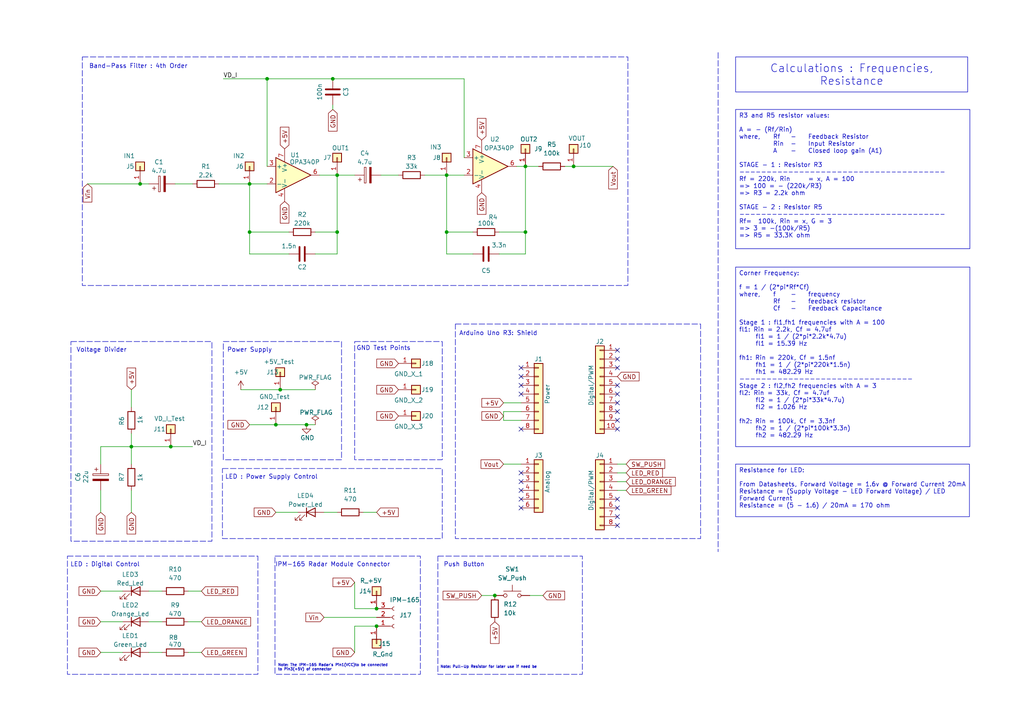
<source format=kicad_sch>
(kicad_sch
	(version 20231120)
	(generator "eeschema")
	(generator_version "8.0")
	(uuid "e63e39d7-6ac0-4ffd-8aa3-1841a4541b55")
	(paper "A4")
	(title_block
		(title "24Ghz RADAR - Movement Detection")
		(date "2024-05-26")
		(rev "2.0")
		(company "University of Applied Science Darmstadt")
		(comment 1 "Group : D5")
		(comment 2 "Author : Soumya Ranjan Sabat, Akarsh Vijetha Raj")
		(comment 3 "Mtr. Number : 127993, 1127916")
	)
	(lib_symbols
		(symbol "+5V_1"
			(power)
			(pin_numbers hide)
			(pin_names
				(offset 0) hide)
			(exclude_from_sim no)
			(in_bom yes)
			(on_board yes)
			(property "Reference" "#PWR"
				(at 0 -3.81 0)
				(effects
					(font
						(size 1.27 1.27)
					)
					(hide yes)
				)
			)
			(property "Value" "+5V"
				(at 0 3.556 0)
				(effects
					(font
						(size 1.27 1.27)
					)
				)
			)
			(property "Footprint" ""
				(at 0 0 0)
				(effects
					(font
						(size 1.27 1.27)
					)
					(hide yes)
				)
			)
			(property "Datasheet" ""
				(at 0 0 0)
				(effects
					(font
						(size 1.27 1.27)
					)
					(hide yes)
				)
			)
			(property "Description" "Power symbol creates a global label with name \"+5V\""
				(at 0 0 0)
				(effects
					(font
						(size 1.27 1.27)
					)
					(hide yes)
				)
			)
			(property "ki_keywords" "global power"
				(at 0 0 0)
				(effects
					(font
						(size 1.27 1.27)
					)
					(hide yes)
				)
			)
			(symbol "+5V_1_0_1"
				(polyline
					(pts
						(xy -0.762 1.27) (xy 0 2.54)
					)
					(stroke
						(width 0)
						(type default)
					)
					(fill
						(type none)
					)
				)
				(polyline
					(pts
						(xy 0 0) (xy 0 2.54)
					)
					(stroke
						(width 0)
						(type default)
					)
					(fill
						(type none)
					)
				)
				(polyline
					(pts
						(xy 0 2.54) (xy 0.762 1.27)
					)
					(stroke
						(width 0)
						(type default)
					)
					(fill
						(type none)
					)
				)
			)
			(symbol "+5V_1_1_1"
				(pin power_in line
					(at 0 0 90)
					(length 0)
					(name "~"
						(effects
							(font
								(size 1.27 1.27)
							)
						)
					)
					(number "1"
						(effects
							(font
								(size 1.27 1.27)
							)
						)
					)
				)
			)
		)
		(symbol "Amplifier_Operational:OPA340P"
			(pin_names
				(offset 0.127)
			)
			(exclude_from_sim no)
			(in_bom yes)
			(on_board yes)
			(property "Reference" "U"
				(at 0 6.35 0)
				(effects
					(font
						(size 1.27 1.27)
					)
					(justify left)
				)
			)
			(property "Value" "OPA340P"
				(at 0 3.81 0)
				(effects
					(font
						(size 1.27 1.27)
					)
					(justify left)
				)
			)
			(property "Footprint" "Package_DIP:DIP-8_W7.62mm"
				(at -2.54 -5.08 0)
				(effects
					(font
						(size 1.27 1.27)
					)
					(justify left)
					(hide yes)
				)
			)
			(property "Datasheet" "http://www.ti.com/lit/ds/symlink/opa340.pdf"
				(at 3.81 3.81 0)
				(effects
					(font
						(size 1.27 1.27)
					)
					(hide yes)
				)
			)
			(property "Description" "Single Single-Supply, Rail-to-Rail Operational Amplifier, MicroAmplifier Series, DIP-8"
				(at 0 0 0)
				(effects
					(font
						(size 1.27 1.27)
					)
					(hide yes)
				)
			)
			(property "ki_keywords" "single opamp"
				(at 0 0 0)
				(effects
					(font
						(size 1.27 1.27)
					)
					(hide yes)
				)
			)
			(property "ki_fp_filters" "DIP*W7.62mm*"
				(at 0 0 0)
				(effects
					(font
						(size 1.27 1.27)
					)
					(hide yes)
				)
			)
			(symbol "OPA340P_0_1"
				(polyline
					(pts
						(xy -5.08 5.08) (xy 5.08 0) (xy -5.08 -5.08) (xy -5.08 5.08)
					)
					(stroke
						(width 0.254)
						(type default)
					)
					(fill
						(type background)
					)
				)
			)
			(symbol "OPA340P_1_1"
				(pin no_connect line
					(at -5.08 -2.54 90)
					(length 2.54) hide
					(name "NC"
						(effects
							(font
								(size 1.27 1.27)
							)
						)
					)
					(number "1"
						(effects
							(font
								(size 1.27 1.27)
							)
						)
					)
				)
				(pin input line
					(at -7.62 -2.54 0)
					(length 2.54)
					(name "-"
						(effects
							(font
								(size 1.27 1.27)
							)
						)
					)
					(number "2"
						(effects
							(font
								(size 1.27 1.27)
							)
						)
					)
				)
				(pin input line
					(at -7.62 2.54 0)
					(length 2.54)
					(name "+"
						(effects
							(font
								(size 1.27 1.27)
							)
						)
					)
					(number "3"
						(effects
							(font
								(size 1.27 1.27)
							)
						)
					)
				)
				(pin power_in line
					(at -2.54 -7.62 90)
					(length 3.81)
					(name "V-"
						(effects
							(font
								(size 1.27 1.27)
							)
						)
					)
					(number "4"
						(effects
							(font
								(size 1.27 1.27)
							)
						)
					)
				)
				(pin no_connect line
					(at -2.54 -2.54 90)
					(length 2.54) hide
					(name "NC"
						(effects
							(font
								(size 1.27 1.27)
							)
						)
					)
					(number "5"
						(effects
							(font
								(size 1.27 1.27)
							)
						)
					)
				)
				(pin output line
					(at 7.62 0 180)
					(length 2.54)
					(name "~"
						(effects
							(font
								(size 1.27 1.27)
							)
						)
					)
					(number "6"
						(effects
							(font
								(size 1.27 1.27)
							)
						)
					)
				)
				(pin power_in line
					(at -2.54 7.62 270)
					(length 3.81)
					(name "V+"
						(effects
							(font
								(size 1.27 1.27)
							)
						)
					)
					(number "7"
						(effects
							(font
								(size 1.27 1.27)
							)
						)
					)
				)
				(pin no_connect line
					(at 0 -2.54 90)
					(length 2.54) hide
					(name "NC"
						(effects
							(font
								(size 1.27 1.27)
							)
						)
					)
					(number "8"
						(effects
							(font
								(size 1.27 1.27)
							)
						)
					)
				)
			)
		)
		(symbol "Connector:Conn_01x03_Socket"
			(pin_names
				(offset 1.016) hide)
			(exclude_from_sim no)
			(in_bom yes)
			(on_board yes)
			(property "Reference" "J"
				(at 0 5.08 0)
				(effects
					(font
						(size 1.27 1.27)
					)
				)
			)
			(property "Value" "Conn_01x03_Socket"
				(at 0 -5.08 0)
				(effects
					(font
						(size 1.27 1.27)
					)
				)
			)
			(property "Footprint" ""
				(at 0 0 0)
				(effects
					(font
						(size 1.27 1.27)
					)
					(hide yes)
				)
			)
			(property "Datasheet" "~"
				(at 0 0 0)
				(effects
					(font
						(size 1.27 1.27)
					)
					(hide yes)
				)
			)
			(property "Description" "Generic connector, single row, 01x03, script generated"
				(at 0 0 0)
				(effects
					(font
						(size 1.27 1.27)
					)
					(hide yes)
				)
			)
			(property "ki_locked" ""
				(at 0 0 0)
				(effects
					(font
						(size 1.27 1.27)
					)
				)
			)
			(property "ki_keywords" "connector"
				(at 0 0 0)
				(effects
					(font
						(size 1.27 1.27)
					)
					(hide yes)
				)
			)
			(property "ki_fp_filters" "Connector*:*_1x??_*"
				(at 0 0 0)
				(effects
					(font
						(size 1.27 1.27)
					)
					(hide yes)
				)
			)
			(symbol "Conn_01x03_Socket_1_1"
				(arc
					(start 0 -2.032)
					(mid -0.5058 -2.54)
					(end 0 -3.048)
					(stroke
						(width 0.1524)
						(type default)
					)
					(fill
						(type none)
					)
				)
				(polyline
					(pts
						(xy -1.27 -2.54) (xy -0.508 -2.54)
					)
					(stroke
						(width 0.1524)
						(type default)
					)
					(fill
						(type none)
					)
				)
				(polyline
					(pts
						(xy -1.27 0) (xy -0.508 0)
					)
					(stroke
						(width 0.1524)
						(type default)
					)
					(fill
						(type none)
					)
				)
				(polyline
					(pts
						(xy -1.27 2.54) (xy -0.508 2.54)
					)
					(stroke
						(width 0.1524)
						(type default)
					)
					(fill
						(type none)
					)
				)
				(arc
					(start 0 0.508)
					(mid -0.5058 0)
					(end 0 -0.508)
					(stroke
						(width 0.1524)
						(type default)
					)
					(fill
						(type none)
					)
				)
				(arc
					(start 0 3.048)
					(mid -0.5058 2.54)
					(end 0 2.032)
					(stroke
						(width 0.1524)
						(type default)
					)
					(fill
						(type none)
					)
				)
				(pin passive line
					(at -5.08 2.54 0)
					(length 3.81)
					(name "Pin_1"
						(effects
							(font
								(size 1.27 1.27)
							)
						)
					)
					(number "1"
						(effects
							(font
								(size 1.27 1.27)
							)
						)
					)
				)
				(pin passive line
					(at -5.08 0 0)
					(length 3.81)
					(name "Pin_2"
						(effects
							(font
								(size 1.27 1.27)
							)
						)
					)
					(number "2"
						(effects
							(font
								(size 1.27 1.27)
							)
						)
					)
				)
				(pin passive line
					(at -5.08 -2.54 0)
					(length 3.81)
					(name "Pin_3"
						(effects
							(font
								(size 1.27 1.27)
							)
						)
					)
					(number "3"
						(effects
							(font
								(size 1.27 1.27)
							)
						)
					)
				)
			)
		)
		(symbol "Connector_Generic:Conn_01x01"
			(pin_names
				(offset 1.016) hide)
			(exclude_from_sim no)
			(in_bom yes)
			(on_board yes)
			(property "Reference" "J"
				(at 0 2.54 0)
				(effects
					(font
						(size 1.27 1.27)
					)
				)
			)
			(property "Value" "Conn_01x01"
				(at 0 -2.54 0)
				(effects
					(font
						(size 1.27 1.27)
					)
				)
			)
			(property "Footprint" ""
				(at 0 0 0)
				(effects
					(font
						(size 1.27 1.27)
					)
					(hide yes)
				)
			)
			(property "Datasheet" "~"
				(at 0 0 0)
				(effects
					(font
						(size 1.27 1.27)
					)
					(hide yes)
				)
			)
			(property "Description" "Generic connector, single row, 01x01, script generated (kicad-library-utils/schlib/autogen/connector/)"
				(at 0 0 0)
				(effects
					(font
						(size 1.27 1.27)
					)
					(hide yes)
				)
			)
			(property "ki_keywords" "connector"
				(at 0 0 0)
				(effects
					(font
						(size 1.27 1.27)
					)
					(hide yes)
				)
			)
			(property "ki_fp_filters" "Connector*:*_1x??_*"
				(at 0 0 0)
				(effects
					(font
						(size 1.27 1.27)
					)
					(hide yes)
				)
			)
			(symbol "Conn_01x01_1_1"
				(rectangle
					(start -1.27 0.127)
					(end 0 -0.127)
					(stroke
						(width 0.1524)
						(type default)
					)
					(fill
						(type none)
					)
				)
				(rectangle
					(start -1.27 1.27)
					(end 1.27 -1.27)
					(stroke
						(width 0.254)
						(type default)
					)
					(fill
						(type background)
					)
				)
				(pin passive line
					(at -5.08 0 0)
					(length 3.81)
					(name "Pin_1"
						(effects
							(font
								(size 1.27 1.27)
							)
						)
					)
					(number "1"
						(effects
							(font
								(size 1.27 1.27)
							)
						)
					)
				)
			)
		)
		(symbol "Connector_Generic:Conn_01x06"
			(pin_names
				(offset 1.016) hide)
			(exclude_from_sim no)
			(in_bom yes)
			(on_board yes)
			(property "Reference" "J"
				(at 0 7.62 0)
				(effects
					(font
						(size 1.27 1.27)
					)
				)
			)
			(property "Value" "Conn_01x06"
				(at 0 -10.16 0)
				(effects
					(font
						(size 1.27 1.27)
					)
				)
			)
			(property "Footprint" ""
				(at 0 0 0)
				(effects
					(font
						(size 1.27 1.27)
					)
					(hide yes)
				)
			)
			(property "Datasheet" "~"
				(at 0 0 0)
				(effects
					(font
						(size 1.27 1.27)
					)
					(hide yes)
				)
			)
			(property "Description" "Generic connector, single row, 01x06, script generated (kicad-library-utils/schlib/autogen/connector/)"
				(at 0 0 0)
				(effects
					(font
						(size 1.27 1.27)
					)
					(hide yes)
				)
			)
			(property "ki_keywords" "connector"
				(at 0 0 0)
				(effects
					(font
						(size 1.27 1.27)
					)
					(hide yes)
				)
			)
			(property "ki_fp_filters" "Connector*:*_1x??_*"
				(at 0 0 0)
				(effects
					(font
						(size 1.27 1.27)
					)
					(hide yes)
				)
			)
			(symbol "Conn_01x06_1_1"
				(rectangle
					(start -1.27 -7.493)
					(end 0 -7.747)
					(stroke
						(width 0.1524)
						(type default)
					)
					(fill
						(type none)
					)
				)
				(rectangle
					(start -1.27 -4.953)
					(end 0 -5.207)
					(stroke
						(width 0.1524)
						(type default)
					)
					(fill
						(type none)
					)
				)
				(rectangle
					(start -1.27 -2.413)
					(end 0 -2.667)
					(stroke
						(width 0.1524)
						(type default)
					)
					(fill
						(type none)
					)
				)
				(rectangle
					(start -1.27 0.127)
					(end 0 -0.127)
					(stroke
						(width 0.1524)
						(type default)
					)
					(fill
						(type none)
					)
				)
				(rectangle
					(start -1.27 2.667)
					(end 0 2.413)
					(stroke
						(width 0.1524)
						(type default)
					)
					(fill
						(type none)
					)
				)
				(rectangle
					(start -1.27 5.207)
					(end 0 4.953)
					(stroke
						(width 0.1524)
						(type default)
					)
					(fill
						(type none)
					)
				)
				(rectangle
					(start -1.27 6.35)
					(end 1.27 -8.89)
					(stroke
						(width 0.254)
						(type default)
					)
					(fill
						(type background)
					)
				)
				(pin passive line
					(at -5.08 5.08 0)
					(length 3.81)
					(name "Pin_1"
						(effects
							(font
								(size 1.27 1.27)
							)
						)
					)
					(number "1"
						(effects
							(font
								(size 1.27 1.27)
							)
						)
					)
				)
				(pin passive line
					(at -5.08 2.54 0)
					(length 3.81)
					(name "Pin_2"
						(effects
							(font
								(size 1.27 1.27)
							)
						)
					)
					(number "2"
						(effects
							(font
								(size 1.27 1.27)
							)
						)
					)
				)
				(pin passive line
					(at -5.08 0 0)
					(length 3.81)
					(name "Pin_3"
						(effects
							(font
								(size 1.27 1.27)
							)
						)
					)
					(number "3"
						(effects
							(font
								(size 1.27 1.27)
							)
						)
					)
				)
				(pin passive line
					(at -5.08 -2.54 0)
					(length 3.81)
					(name "Pin_4"
						(effects
							(font
								(size 1.27 1.27)
							)
						)
					)
					(number "4"
						(effects
							(font
								(size 1.27 1.27)
							)
						)
					)
				)
				(pin passive line
					(at -5.08 -5.08 0)
					(length 3.81)
					(name "Pin_5"
						(effects
							(font
								(size 1.27 1.27)
							)
						)
					)
					(number "5"
						(effects
							(font
								(size 1.27 1.27)
							)
						)
					)
				)
				(pin passive line
					(at -5.08 -7.62 0)
					(length 3.81)
					(name "Pin_6"
						(effects
							(font
								(size 1.27 1.27)
							)
						)
					)
					(number "6"
						(effects
							(font
								(size 1.27 1.27)
							)
						)
					)
				)
			)
		)
		(symbol "Connector_Generic:Conn_01x08"
			(pin_names
				(offset 1.016) hide)
			(exclude_from_sim no)
			(in_bom yes)
			(on_board yes)
			(property "Reference" "J"
				(at 0 10.16 0)
				(effects
					(font
						(size 1.27 1.27)
					)
				)
			)
			(property "Value" "Conn_01x08"
				(at 0 -12.7 0)
				(effects
					(font
						(size 1.27 1.27)
					)
				)
			)
			(property "Footprint" ""
				(at 0 0 0)
				(effects
					(font
						(size 1.27 1.27)
					)
					(hide yes)
				)
			)
			(property "Datasheet" "~"
				(at 0 0 0)
				(effects
					(font
						(size 1.27 1.27)
					)
					(hide yes)
				)
			)
			(property "Description" "Generic connector, single row, 01x08, script generated (kicad-library-utils/schlib/autogen/connector/)"
				(at 0 0 0)
				(effects
					(font
						(size 1.27 1.27)
					)
					(hide yes)
				)
			)
			(property "ki_keywords" "connector"
				(at 0 0 0)
				(effects
					(font
						(size 1.27 1.27)
					)
					(hide yes)
				)
			)
			(property "ki_fp_filters" "Connector*:*_1x??_*"
				(at 0 0 0)
				(effects
					(font
						(size 1.27 1.27)
					)
					(hide yes)
				)
			)
			(symbol "Conn_01x08_1_1"
				(rectangle
					(start -1.27 -10.033)
					(end 0 -10.287)
					(stroke
						(width 0.1524)
						(type default)
					)
					(fill
						(type none)
					)
				)
				(rectangle
					(start -1.27 -7.493)
					(end 0 -7.747)
					(stroke
						(width 0.1524)
						(type default)
					)
					(fill
						(type none)
					)
				)
				(rectangle
					(start -1.27 -4.953)
					(end 0 -5.207)
					(stroke
						(width 0.1524)
						(type default)
					)
					(fill
						(type none)
					)
				)
				(rectangle
					(start -1.27 -2.413)
					(end 0 -2.667)
					(stroke
						(width 0.1524)
						(type default)
					)
					(fill
						(type none)
					)
				)
				(rectangle
					(start -1.27 0.127)
					(end 0 -0.127)
					(stroke
						(width 0.1524)
						(type default)
					)
					(fill
						(type none)
					)
				)
				(rectangle
					(start -1.27 2.667)
					(end 0 2.413)
					(stroke
						(width 0.1524)
						(type default)
					)
					(fill
						(type none)
					)
				)
				(rectangle
					(start -1.27 5.207)
					(end 0 4.953)
					(stroke
						(width 0.1524)
						(type default)
					)
					(fill
						(type none)
					)
				)
				(rectangle
					(start -1.27 7.747)
					(end 0 7.493)
					(stroke
						(width 0.1524)
						(type default)
					)
					(fill
						(type none)
					)
				)
				(rectangle
					(start -1.27 8.89)
					(end 1.27 -11.43)
					(stroke
						(width 0.254)
						(type default)
					)
					(fill
						(type background)
					)
				)
				(pin passive line
					(at -5.08 7.62 0)
					(length 3.81)
					(name "Pin_1"
						(effects
							(font
								(size 1.27 1.27)
							)
						)
					)
					(number "1"
						(effects
							(font
								(size 1.27 1.27)
							)
						)
					)
				)
				(pin passive line
					(at -5.08 5.08 0)
					(length 3.81)
					(name "Pin_2"
						(effects
							(font
								(size 1.27 1.27)
							)
						)
					)
					(number "2"
						(effects
							(font
								(size 1.27 1.27)
							)
						)
					)
				)
				(pin passive line
					(at -5.08 2.54 0)
					(length 3.81)
					(name "Pin_3"
						(effects
							(font
								(size 1.27 1.27)
							)
						)
					)
					(number "3"
						(effects
							(font
								(size 1.27 1.27)
							)
						)
					)
				)
				(pin passive line
					(at -5.08 0 0)
					(length 3.81)
					(name "Pin_4"
						(effects
							(font
								(size 1.27 1.27)
							)
						)
					)
					(number "4"
						(effects
							(font
								(size 1.27 1.27)
							)
						)
					)
				)
				(pin passive line
					(at -5.08 -2.54 0)
					(length 3.81)
					(name "Pin_5"
						(effects
							(font
								(size 1.27 1.27)
							)
						)
					)
					(number "5"
						(effects
							(font
								(size 1.27 1.27)
							)
						)
					)
				)
				(pin passive line
					(at -5.08 -5.08 0)
					(length 3.81)
					(name "Pin_6"
						(effects
							(font
								(size 1.27 1.27)
							)
						)
					)
					(number "6"
						(effects
							(font
								(size 1.27 1.27)
							)
						)
					)
				)
				(pin passive line
					(at -5.08 -7.62 0)
					(length 3.81)
					(name "Pin_7"
						(effects
							(font
								(size 1.27 1.27)
							)
						)
					)
					(number "7"
						(effects
							(font
								(size 1.27 1.27)
							)
						)
					)
				)
				(pin passive line
					(at -5.08 -10.16 0)
					(length 3.81)
					(name "Pin_8"
						(effects
							(font
								(size 1.27 1.27)
							)
						)
					)
					(number "8"
						(effects
							(font
								(size 1.27 1.27)
							)
						)
					)
				)
			)
		)
		(symbol "Connector_Generic:Conn_01x10"
			(pin_names
				(offset 1.016) hide)
			(exclude_from_sim no)
			(in_bom yes)
			(on_board yes)
			(property "Reference" "J"
				(at 0 12.7 0)
				(effects
					(font
						(size 1.27 1.27)
					)
				)
			)
			(property "Value" "Conn_01x10"
				(at 0 -15.24 0)
				(effects
					(font
						(size 1.27 1.27)
					)
				)
			)
			(property "Footprint" ""
				(at 0 0 0)
				(effects
					(font
						(size 1.27 1.27)
					)
					(hide yes)
				)
			)
			(property "Datasheet" "~"
				(at 0 0 0)
				(effects
					(font
						(size 1.27 1.27)
					)
					(hide yes)
				)
			)
			(property "Description" "Generic connector, single row, 01x10, script generated (kicad-library-utils/schlib/autogen/connector/)"
				(at 0 0 0)
				(effects
					(font
						(size 1.27 1.27)
					)
					(hide yes)
				)
			)
			(property "ki_keywords" "connector"
				(at 0 0 0)
				(effects
					(font
						(size 1.27 1.27)
					)
					(hide yes)
				)
			)
			(property "ki_fp_filters" "Connector*:*_1x??_*"
				(at 0 0 0)
				(effects
					(font
						(size 1.27 1.27)
					)
					(hide yes)
				)
			)
			(symbol "Conn_01x10_1_1"
				(rectangle
					(start -1.27 -12.573)
					(end 0 -12.827)
					(stroke
						(width 0.1524)
						(type default)
					)
					(fill
						(type none)
					)
				)
				(rectangle
					(start -1.27 -10.033)
					(end 0 -10.287)
					(stroke
						(width 0.1524)
						(type default)
					)
					(fill
						(type none)
					)
				)
				(rectangle
					(start -1.27 -7.493)
					(end 0 -7.747)
					(stroke
						(width 0.1524)
						(type default)
					)
					(fill
						(type none)
					)
				)
				(rectangle
					(start -1.27 -4.953)
					(end 0 -5.207)
					(stroke
						(width 0.1524)
						(type default)
					)
					(fill
						(type none)
					)
				)
				(rectangle
					(start -1.27 -2.413)
					(end 0 -2.667)
					(stroke
						(width 0.1524)
						(type default)
					)
					(fill
						(type none)
					)
				)
				(rectangle
					(start -1.27 0.127)
					(end 0 -0.127)
					(stroke
						(width 0.1524)
						(type default)
					)
					(fill
						(type none)
					)
				)
				(rectangle
					(start -1.27 2.667)
					(end 0 2.413)
					(stroke
						(width 0.1524)
						(type default)
					)
					(fill
						(type none)
					)
				)
				(rectangle
					(start -1.27 5.207)
					(end 0 4.953)
					(stroke
						(width 0.1524)
						(type default)
					)
					(fill
						(type none)
					)
				)
				(rectangle
					(start -1.27 7.747)
					(end 0 7.493)
					(stroke
						(width 0.1524)
						(type default)
					)
					(fill
						(type none)
					)
				)
				(rectangle
					(start -1.27 10.287)
					(end 0 10.033)
					(stroke
						(width 0.1524)
						(type default)
					)
					(fill
						(type none)
					)
				)
				(rectangle
					(start -1.27 11.43)
					(end 1.27 -13.97)
					(stroke
						(width 0.254)
						(type default)
					)
					(fill
						(type background)
					)
				)
				(pin passive line
					(at -5.08 10.16 0)
					(length 3.81)
					(name "Pin_1"
						(effects
							(font
								(size 1.27 1.27)
							)
						)
					)
					(number "1"
						(effects
							(font
								(size 1.27 1.27)
							)
						)
					)
				)
				(pin passive line
					(at -5.08 -12.7 0)
					(length 3.81)
					(name "Pin_10"
						(effects
							(font
								(size 1.27 1.27)
							)
						)
					)
					(number "10"
						(effects
							(font
								(size 1.27 1.27)
							)
						)
					)
				)
				(pin passive line
					(at -5.08 7.62 0)
					(length 3.81)
					(name "Pin_2"
						(effects
							(font
								(size 1.27 1.27)
							)
						)
					)
					(number "2"
						(effects
							(font
								(size 1.27 1.27)
							)
						)
					)
				)
				(pin passive line
					(at -5.08 5.08 0)
					(length 3.81)
					(name "Pin_3"
						(effects
							(font
								(size 1.27 1.27)
							)
						)
					)
					(number "3"
						(effects
							(font
								(size 1.27 1.27)
							)
						)
					)
				)
				(pin passive line
					(at -5.08 2.54 0)
					(length 3.81)
					(name "Pin_4"
						(effects
							(font
								(size 1.27 1.27)
							)
						)
					)
					(number "4"
						(effects
							(font
								(size 1.27 1.27)
							)
						)
					)
				)
				(pin passive line
					(at -5.08 0 0)
					(length 3.81)
					(name "Pin_5"
						(effects
							(font
								(size 1.27 1.27)
							)
						)
					)
					(number "5"
						(effects
							(font
								(size 1.27 1.27)
							)
						)
					)
				)
				(pin passive line
					(at -5.08 -2.54 0)
					(length 3.81)
					(name "Pin_6"
						(effects
							(font
								(size 1.27 1.27)
							)
						)
					)
					(number "6"
						(effects
							(font
								(size 1.27 1.27)
							)
						)
					)
				)
				(pin passive line
					(at -5.08 -5.08 0)
					(length 3.81)
					(name "Pin_7"
						(effects
							(font
								(size 1.27 1.27)
							)
						)
					)
					(number "7"
						(effects
							(font
								(size 1.27 1.27)
							)
						)
					)
				)
				(pin passive line
					(at -5.08 -7.62 0)
					(length 3.81)
					(name "Pin_8"
						(effects
							(font
								(size 1.27 1.27)
							)
						)
					)
					(number "8"
						(effects
							(font
								(size 1.27 1.27)
							)
						)
					)
				)
				(pin passive line
					(at -5.08 -10.16 0)
					(length 3.81)
					(name "Pin_9"
						(effects
							(font
								(size 1.27 1.27)
							)
						)
					)
					(number "9"
						(effects
							(font
								(size 1.27 1.27)
							)
						)
					)
				)
			)
		)
		(symbol "Device:C"
			(pin_numbers hide)
			(pin_names
				(offset 0.254)
			)
			(exclude_from_sim no)
			(in_bom yes)
			(on_board yes)
			(property "Reference" "C"
				(at 0.635 2.54 0)
				(effects
					(font
						(size 1.27 1.27)
					)
					(justify left)
				)
			)
			(property "Value" "C"
				(at 0.635 -2.54 0)
				(effects
					(font
						(size 1.27 1.27)
					)
					(justify left)
				)
			)
			(property "Footprint" ""
				(at 0.9652 -3.81 0)
				(effects
					(font
						(size 1.27 1.27)
					)
					(hide yes)
				)
			)
			(property "Datasheet" "~"
				(at 0 0 0)
				(effects
					(font
						(size 1.27 1.27)
					)
					(hide yes)
				)
			)
			(property "Description" "Unpolarized capacitor"
				(at 0 0 0)
				(effects
					(font
						(size 1.27 1.27)
					)
					(hide yes)
				)
			)
			(property "ki_keywords" "cap capacitor"
				(at 0 0 0)
				(effects
					(font
						(size 1.27 1.27)
					)
					(hide yes)
				)
			)
			(property "ki_fp_filters" "C_*"
				(at 0 0 0)
				(effects
					(font
						(size 1.27 1.27)
					)
					(hide yes)
				)
			)
			(symbol "C_0_1"
				(polyline
					(pts
						(xy -2.032 -0.762) (xy 2.032 -0.762)
					)
					(stroke
						(width 0.508)
						(type default)
					)
					(fill
						(type none)
					)
				)
				(polyline
					(pts
						(xy -2.032 0.762) (xy 2.032 0.762)
					)
					(stroke
						(width 0.508)
						(type default)
					)
					(fill
						(type none)
					)
				)
			)
			(symbol "C_1_1"
				(pin passive line
					(at 0 3.81 270)
					(length 2.794)
					(name "~"
						(effects
							(font
								(size 1.27 1.27)
							)
						)
					)
					(number "1"
						(effects
							(font
								(size 1.27 1.27)
							)
						)
					)
				)
				(pin passive line
					(at 0 -3.81 90)
					(length 2.794)
					(name "~"
						(effects
							(font
								(size 1.27 1.27)
							)
						)
					)
					(number "2"
						(effects
							(font
								(size 1.27 1.27)
							)
						)
					)
				)
			)
		)
		(symbol "Device:C_Polarized"
			(pin_numbers hide)
			(pin_names
				(offset 0.254)
			)
			(exclude_from_sim no)
			(in_bom yes)
			(on_board yes)
			(property "Reference" "C"
				(at 0.635 2.54 0)
				(effects
					(font
						(size 1.27 1.27)
					)
					(justify left)
				)
			)
			(property "Value" "C_Polarized"
				(at 0.635 -2.54 0)
				(effects
					(font
						(size 1.27 1.27)
					)
					(justify left)
				)
			)
			(property "Footprint" ""
				(at 0.9652 -3.81 0)
				(effects
					(font
						(size 1.27 1.27)
					)
					(hide yes)
				)
			)
			(property "Datasheet" "~"
				(at 0 0 0)
				(effects
					(font
						(size 1.27 1.27)
					)
					(hide yes)
				)
			)
			(property "Description" "Polarized capacitor"
				(at 0 0 0)
				(effects
					(font
						(size 1.27 1.27)
					)
					(hide yes)
				)
			)
			(property "ki_keywords" "cap capacitor"
				(at 0 0 0)
				(effects
					(font
						(size 1.27 1.27)
					)
					(hide yes)
				)
			)
			(property "ki_fp_filters" "CP_*"
				(at 0 0 0)
				(effects
					(font
						(size 1.27 1.27)
					)
					(hide yes)
				)
			)
			(symbol "C_Polarized_0_1"
				(rectangle
					(start -2.286 0.508)
					(end 2.286 1.016)
					(stroke
						(width 0)
						(type default)
					)
					(fill
						(type none)
					)
				)
				(polyline
					(pts
						(xy -1.778 2.286) (xy -0.762 2.286)
					)
					(stroke
						(width 0)
						(type default)
					)
					(fill
						(type none)
					)
				)
				(polyline
					(pts
						(xy -1.27 2.794) (xy -1.27 1.778)
					)
					(stroke
						(width 0)
						(type default)
					)
					(fill
						(type none)
					)
				)
				(rectangle
					(start 2.286 -0.508)
					(end -2.286 -1.016)
					(stroke
						(width 0)
						(type default)
					)
					(fill
						(type outline)
					)
				)
			)
			(symbol "C_Polarized_1_1"
				(pin passive line
					(at 0 3.81 270)
					(length 2.794)
					(name "~"
						(effects
							(font
								(size 1.27 1.27)
							)
						)
					)
					(number "1"
						(effects
							(font
								(size 1.27 1.27)
							)
						)
					)
				)
				(pin passive line
					(at 0 -3.81 90)
					(length 2.794)
					(name "~"
						(effects
							(font
								(size 1.27 1.27)
							)
						)
					)
					(number "2"
						(effects
							(font
								(size 1.27 1.27)
							)
						)
					)
				)
			)
		)
		(symbol "Device:LED"
			(pin_numbers hide)
			(pin_names
				(offset 1.016) hide)
			(exclude_from_sim no)
			(in_bom yes)
			(on_board yes)
			(property "Reference" "D"
				(at 0 2.54 0)
				(effects
					(font
						(size 1.27 1.27)
					)
				)
			)
			(property "Value" "LED"
				(at 0 -2.54 0)
				(effects
					(font
						(size 1.27 1.27)
					)
				)
			)
			(property "Footprint" ""
				(at 0 0 0)
				(effects
					(font
						(size 1.27 1.27)
					)
					(hide yes)
				)
			)
			(property "Datasheet" "~"
				(at 0 0 0)
				(effects
					(font
						(size 1.27 1.27)
					)
					(hide yes)
				)
			)
			(property "Description" "Light emitting diode"
				(at 0 0 0)
				(effects
					(font
						(size 1.27 1.27)
					)
					(hide yes)
				)
			)
			(property "ki_keywords" "LED diode"
				(at 0 0 0)
				(effects
					(font
						(size 1.27 1.27)
					)
					(hide yes)
				)
			)
			(property "ki_fp_filters" "LED* LED_SMD:* LED_THT:*"
				(at 0 0 0)
				(effects
					(font
						(size 1.27 1.27)
					)
					(hide yes)
				)
			)
			(symbol "LED_0_1"
				(polyline
					(pts
						(xy -1.27 -1.27) (xy -1.27 1.27)
					)
					(stroke
						(width 0.254)
						(type default)
					)
					(fill
						(type none)
					)
				)
				(polyline
					(pts
						(xy -1.27 0) (xy 1.27 0)
					)
					(stroke
						(width 0)
						(type default)
					)
					(fill
						(type none)
					)
				)
				(polyline
					(pts
						(xy 1.27 -1.27) (xy 1.27 1.27) (xy -1.27 0) (xy 1.27 -1.27)
					)
					(stroke
						(width 0.254)
						(type default)
					)
					(fill
						(type none)
					)
				)
				(polyline
					(pts
						(xy -3.048 -0.762) (xy -4.572 -2.286) (xy -3.81 -2.286) (xy -4.572 -2.286) (xy -4.572 -1.524)
					)
					(stroke
						(width 0)
						(type default)
					)
					(fill
						(type none)
					)
				)
				(polyline
					(pts
						(xy -1.778 -0.762) (xy -3.302 -2.286) (xy -2.54 -2.286) (xy -3.302 -2.286) (xy -3.302 -1.524)
					)
					(stroke
						(width 0)
						(type default)
					)
					(fill
						(type none)
					)
				)
			)
			(symbol "LED_1_1"
				(pin passive line
					(at -3.81 0 0)
					(length 2.54)
					(name "K"
						(effects
							(font
								(size 1.27 1.27)
							)
						)
					)
					(number "1"
						(effects
							(font
								(size 1.27 1.27)
							)
						)
					)
				)
				(pin passive line
					(at 3.81 0 180)
					(length 2.54)
					(name "A"
						(effects
							(font
								(size 1.27 1.27)
							)
						)
					)
					(number "2"
						(effects
							(font
								(size 1.27 1.27)
							)
						)
					)
				)
			)
		)
		(symbol "Device:R"
			(pin_numbers hide)
			(pin_names
				(offset 0)
			)
			(exclude_from_sim no)
			(in_bom yes)
			(on_board yes)
			(property "Reference" "R"
				(at 2.032 0 90)
				(effects
					(font
						(size 1.27 1.27)
					)
				)
			)
			(property "Value" "R"
				(at 0 0 90)
				(effects
					(font
						(size 1.27 1.27)
					)
				)
			)
			(property "Footprint" ""
				(at -1.778 0 90)
				(effects
					(font
						(size 1.27 1.27)
					)
					(hide yes)
				)
			)
			(property "Datasheet" "~"
				(at 0 0 0)
				(effects
					(font
						(size 1.27 1.27)
					)
					(hide yes)
				)
			)
			(property "Description" "Resistor"
				(at 0 0 0)
				(effects
					(font
						(size 1.27 1.27)
					)
					(hide yes)
				)
			)
			(property "ki_keywords" "R res resistor"
				(at 0 0 0)
				(effects
					(font
						(size 1.27 1.27)
					)
					(hide yes)
				)
			)
			(property "ki_fp_filters" "R_*"
				(at 0 0 0)
				(effects
					(font
						(size 1.27 1.27)
					)
					(hide yes)
				)
			)
			(symbol "R_0_1"
				(rectangle
					(start -1.016 -2.54)
					(end 1.016 2.54)
					(stroke
						(width 0.254)
						(type default)
					)
					(fill
						(type none)
					)
				)
			)
			(symbol "R_1_1"
				(pin passive line
					(at 0 3.81 270)
					(length 1.27)
					(name "~"
						(effects
							(font
								(size 1.27 1.27)
							)
						)
					)
					(number "1"
						(effects
							(font
								(size 1.27 1.27)
							)
						)
					)
				)
				(pin passive line
					(at 0 -3.81 90)
					(length 1.27)
					(name "~"
						(effects
							(font
								(size 1.27 1.27)
							)
						)
					)
					(number "2"
						(effects
							(font
								(size 1.27 1.27)
							)
						)
					)
				)
			)
		)
		(symbol "Switch:SW_Push"
			(pin_numbers hide)
			(pin_names
				(offset 1.016) hide)
			(exclude_from_sim no)
			(in_bom yes)
			(on_board yes)
			(property "Reference" "SW"
				(at 1.27 2.54 0)
				(effects
					(font
						(size 1.27 1.27)
					)
					(justify left)
				)
			)
			(property "Value" "SW_Push"
				(at 0 -1.524 0)
				(effects
					(font
						(size 1.27 1.27)
					)
				)
			)
			(property "Footprint" ""
				(at 0 5.08 0)
				(effects
					(font
						(size 1.27 1.27)
					)
					(hide yes)
				)
			)
			(property "Datasheet" "~"
				(at 0 5.08 0)
				(effects
					(font
						(size 1.27 1.27)
					)
					(hide yes)
				)
			)
			(property "Description" "Push button switch, generic, two pins"
				(at 0 0 0)
				(effects
					(font
						(size 1.27 1.27)
					)
					(hide yes)
				)
			)
			(property "ki_keywords" "switch normally-open pushbutton push-button"
				(at 0 0 0)
				(effects
					(font
						(size 1.27 1.27)
					)
					(hide yes)
				)
			)
			(symbol "SW_Push_0_1"
				(circle
					(center -2.032 0)
					(radius 0.508)
					(stroke
						(width 0)
						(type default)
					)
					(fill
						(type none)
					)
				)
				(polyline
					(pts
						(xy 0 1.27) (xy 0 3.048)
					)
					(stroke
						(width 0)
						(type default)
					)
					(fill
						(type none)
					)
				)
				(polyline
					(pts
						(xy 2.54 1.27) (xy -2.54 1.27)
					)
					(stroke
						(width 0)
						(type default)
					)
					(fill
						(type none)
					)
				)
				(circle
					(center 2.032 0)
					(radius 0.508)
					(stroke
						(width 0)
						(type default)
					)
					(fill
						(type none)
					)
				)
				(pin passive line
					(at -5.08 0 0)
					(length 2.54)
					(name "1"
						(effects
							(font
								(size 1.27 1.27)
							)
						)
					)
					(number "1"
						(effects
							(font
								(size 1.27 1.27)
							)
						)
					)
				)
				(pin passive line
					(at 5.08 0 180)
					(length 2.54)
					(name "2"
						(effects
							(font
								(size 1.27 1.27)
							)
						)
					)
					(number "2"
						(effects
							(font
								(size 1.27 1.27)
							)
						)
					)
				)
			)
		)
		(symbol "power:GND"
			(power)
			(pin_numbers hide)
			(pin_names
				(offset 0) hide)
			(exclude_from_sim no)
			(in_bom yes)
			(on_board yes)
			(property "Reference" "#PWR"
				(at 0 -6.35 0)
				(effects
					(font
						(size 1.27 1.27)
					)
					(hide yes)
				)
			)
			(property "Value" "GND"
				(at 0 -3.81 0)
				(effects
					(font
						(size 1.27 1.27)
					)
				)
			)
			(property "Footprint" ""
				(at 0 0 0)
				(effects
					(font
						(size 1.27 1.27)
					)
					(hide yes)
				)
			)
			(property "Datasheet" ""
				(at 0 0 0)
				(effects
					(font
						(size 1.27 1.27)
					)
					(hide yes)
				)
			)
			(property "Description" "Power symbol creates a global label with name \"GND\" , ground"
				(at 0 0 0)
				(effects
					(font
						(size 1.27 1.27)
					)
					(hide yes)
				)
			)
			(property "ki_keywords" "global power"
				(at 0 0 0)
				(effects
					(font
						(size 1.27 1.27)
					)
					(hide yes)
				)
			)
			(symbol "GND_0_1"
				(polyline
					(pts
						(xy 0 0) (xy 0 -1.27) (xy 1.27 -1.27) (xy 0 -2.54) (xy -1.27 -1.27) (xy 0 -1.27)
					)
					(stroke
						(width 0)
						(type default)
					)
					(fill
						(type none)
					)
				)
			)
			(symbol "GND_1_1"
				(pin power_in line
					(at 0 0 270)
					(length 0)
					(name "~"
						(effects
							(font
								(size 1.27 1.27)
							)
						)
					)
					(number "1"
						(effects
							(font
								(size 1.27 1.27)
							)
						)
					)
				)
			)
		)
		(symbol "power:PWR_FLAG"
			(power)
			(pin_numbers hide)
			(pin_names
				(offset 0) hide)
			(exclude_from_sim no)
			(in_bom yes)
			(on_board yes)
			(property "Reference" "#FLG"
				(at 0 1.905 0)
				(effects
					(font
						(size 1.27 1.27)
					)
					(hide yes)
				)
			)
			(property "Value" "PWR_FLAG"
				(at 0 3.81 0)
				(effects
					(font
						(size 1.27 1.27)
					)
				)
			)
			(property "Footprint" ""
				(at 0 0 0)
				(effects
					(font
						(size 1.27 1.27)
					)
					(hide yes)
				)
			)
			(property "Datasheet" "~"
				(at 0 0 0)
				(effects
					(font
						(size 1.27 1.27)
					)
					(hide yes)
				)
			)
			(property "Description" "Special symbol for telling ERC where power comes from"
				(at 0 0 0)
				(effects
					(font
						(size 1.27 1.27)
					)
					(hide yes)
				)
			)
			(property "ki_keywords" "flag power"
				(at 0 0 0)
				(effects
					(font
						(size 1.27 1.27)
					)
					(hide yes)
				)
			)
			(symbol "PWR_FLAG_0_0"
				(pin power_out line
					(at 0 0 90)
					(length 0)
					(name "~"
						(effects
							(font
								(size 1.27 1.27)
							)
						)
					)
					(number "1"
						(effects
							(font
								(size 1.27 1.27)
							)
						)
					)
				)
			)
			(symbol "PWR_FLAG_0_1"
				(polyline
					(pts
						(xy 0 0) (xy 0 1.27) (xy -1.016 1.905) (xy 0 2.54) (xy 1.016 1.905) (xy 0 1.27)
					)
					(stroke
						(width 0)
						(type default)
					)
					(fill
						(type none)
					)
				)
			)
		)
	)
	(junction
		(at 77.47 22.86)
		(diameter 0)
		(color 0 0 0 0)
		(uuid "0cdf5ef8-c043-4c30-b321-6fbca6ddeafb")
	)
	(junction
		(at 49.53 129.54)
		(diameter 0)
		(color 0 0 0 0)
		(uuid "2485980b-316a-4339-865a-6cc6b94519b8")
	)
	(junction
		(at 72.39 53.34)
		(diameter 0)
		(color 0 0 0 0)
		(uuid "249c41c8-dcd6-4b3b-8b4c-02984a535b98")
	)
	(junction
		(at 97.79 67.31)
		(diameter 0)
		(color 0 0 0 0)
		(uuid "2967a787-25c4-4ffd-ad0b-b61195658bae")
	)
	(junction
		(at 40.64 53.34)
		(diameter 0)
		(color 0 0 0 0)
		(uuid "2c45f566-46c0-4e00-aa66-a8dc15f05529")
	)
	(junction
		(at 166.37 48.26)
		(diameter 0)
		(color 0 0 0 0)
		(uuid "40189a40-1b76-417a-a1e0-6dad4f69f2d8")
	)
	(junction
		(at 152.4 48.26)
		(diameter 0)
		(color 0 0 0 0)
		(uuid "60c6e112-cc9e-4199-aeb2-42880c9ce675")
	)
	(junction
		(at 109.22 181.61)
		(diameter 0)
		(color 0 0 0 0)
		(uuid "680ce6c7-8ce7-491f-8ada-65ba680e6ae9")
	)
	(junction
		(at 109.22 176.53)
		(diameter 0)
		(color 0 0 0 0)
		(uuid "7155f72f-5f50-46b2-9800-df472c3fe0ac")
	)
	(junction
		(at 143.51 172.72)
		(diameter 0)
		(color 0 0 0 0)
		(uuid "7c83e101-99b5-472c-8729-f4ced96b576f")
	)
	(junction
		(at 152.4 67.31)
		(diameter 0)
		(color 0 0 0 0)
		(uuid "89c576fa-cb3c-491c-b0d8-111fe0f2e5af")
	)
	(junction
		(at 80.01 123.19)
		(diameter 0)
		(color 0 0 0 0)
		(uuid "a2f59299-535b-4d48-961b-1f973dd9493e")
	)
	(junction
		(at 129.54 50.8)
		(diameter 0)
		(color 0 0 0 0)
		(uuid "a978c9c1-c616-4d3d-b352-98d07b34706d")
	)
	(junction
		(at 97.79 50.8)
		(diameter 0)
		(color 0 0 0 0)
		(uuid "aa4c62f7-3854-4b40-a9cf-8601907125df")
	)
	(junction
		(at 72.39 67.31)
		(diameter 0)
		(color 0 0 0 0)
		(uuid "ab5ce219-70ac-4a14-aa4a-4a044d288f5d")
	)
	(junction
		(at 96.52 22.86)
		(diameter 0)
		(color 0 0 0 0)
		(uuid "b1a7438e-b9de-4a3f-89b2-fa8d4ccb0a7d")
	)
	(junction
		(at 81.28 113.03)
		(diameter 0)
		(color 0 0 0 0)
		(uuid "d855483c-1757-4f55-9323-db3f570c8e76")
	)
	(junction
		(at 129.54 67.31)
		(diameter 0)
		(color 0 0 0 0)
		(uuid "dd348215-f0cf-47d3-83fa-47f01173cea7")
	)
	(junction
		(at 88.9 123.19)
		(diameter 0)
		(color 0 0 0 0)
		(uuid "e1fe1f8c-4638-4a08-9b31-830dc85840e9")
	)
	(junction
		(at 38.1 129.54)
		(diameter 0)
		(color 0 0 0 0)
		(uuid "e8fc8107-54e2-49f0-bbb2-1bf9e510c5b9")
	)
	(no_connect
		(at 179.07 106.68)
		(uuid "062349d7-443d-473e-97f7-d1215573b50a")
	)
	(no_connect
		(at 151.13 109.22)
		(uuid "076b1469-77b1-4591-b2d8-207ec8edb8a4")
	)
	(no_connect
		(at 151.13 124.46)
		(uuid "0c62de08-de4a-40a7-8d8e-966d993efe45")
	)
	(no_connect
		(at 179.07 104.14)
		(uuid "0e07333d-6832-41ed-bb42-d57196fb7a2a")
	)
	(no_connect
		(at 151.13 137.16)
		(uuid "2ba1d2b4-bdb6-42da-be85-81817c075498")
	)
	(no_connect
		(at 179.07 144.78)
		(uuid "3e857164-a048-4238-9e25-75da0fc24cbb")
	)
	(no_connect
		(at 151.13 111.76)
		(uuid "4581ac3d-fde4-4586-9256-ce6f98b4d7f3")
	)
	(no_connect
		(at 179.07 101.6)
		(uuid "565908ed-c90e-4136-822e-1418ac26dadb")
	)
	(no_connect
		(at 151.13 139.7)
		(uuid "5d58e3f1-be17-40e5-be69-777a04de19dd")
	)
	(no_connect
		(at 179.07 111.76)
		(uuid "6289efd5-dfba-41d1-a08a-deed2abb7c6b")
	)
	(no_connect
		(at 179.07 119.38)
		(uuid "69a79da3-b429-47bf-a9c0-e3cd22522624")
	)
	(no_connect
		(at 151.13 144.78)
		(uuid "901f83fb-539e-4093-bacc-97f428013ff6")
	)
	(no_connect
		(at 151.13 114.3)
		(uuid "a89b4314-94c5-4f99-a86d-b00ed09486d2")
	)
	(no_connect
		(at 179.07 152.4)
		(uuid "c058f849-3691-476e-aeb8-673ca9899441")
	)
	(no_connect
		(at 151.13 106.68)
		(uuid "d181157c-7812-47e5-a0cf-9580c905fc86")
	)
	(no_connect
		(at 179.07 124.46)
		(uuid "d268cff6-4699-4068-a00f-0698d9968618")
	)
	(no_connect
		(at 179.07 149.86)
		(uuid "d276955d-a94a-4ce1-9f4f-2a105b79a919")
	)
	(no_connect
		(at 151.13 142.24)
		(uuid "d98ebf60-10b3-47ee-beba-138f2712afe9")
	)
	(no_connect
		(at 179.07 121.92)
		(uuid "db934886-9345-4d64-a8e6-190393f98636")
	)
	(no_connect
		(at 151.13 147.32)
		(uuid "ddcf847c-1b21-4122-a752-462ffffc1114")
	)
	(no_connect
		(at 179.07 116.84)
		(uuid "de046779-22a7-4624-a1b4-5e1312172fc9")
	)
	(no_connect
		(at 179.07 114.3)
		(uuid "f1f26a71-2e1b-41ba-8224-4a19e5b846b7")
	)
	(no_connect
		(at 179.07 147.32)
		(uuid "fcc87855-23df-4978-98b0-9c35f7df0198")
	)
	(wire
		(pts
			(xy 102.87 176.53) (xy 102.87 168.91)
		)
		(stroke
			(width 0)
			(type default)
		)
		(uuid "050e54b0-81c2-4bb8-a179-b9f3e8971d42")
	)
	(wire
		(pts
			(xy 179.07 142.24) (xy 181.61 142.24)
		)
		(stroke
			(width 0)
			(type default)
		)
		(uuid "083ce6e3-570a-421d-93e6-832b513100fd")
	)
	(wire
		(pts
			(xy 54.61 189.23) (xy 58.42 189.23)
		)
		(stroke
			(width 0)
			(type default)
		)
		(uuid "0cd00925-e2cc-499f-aad4-810757c968af")
	)
	(wire
		(pts
			(xy 97.79 67.31) (xy 97.79 50.8)
		)
		(stroke
			(width 0)
			(type default)
		)
		(uuid "130ac72e-74e6-42a2-bc8b-c392ffd3f2d6")
	)
	(wire
		(pts
			(xy 29.21 129.54) (xy 38.1 129.54)
		)
		(stroke
			(width 0)
			(type default)
		)
		(uuid "131e9e65-fed5-47c9-8121-f1ae7d311e81")
	)
	(wire
		(pts
			(xy 72.39 67.31) (xy 83.82 67.31)
		)
		(stroke
			(width 0)
			(type default)
		)
		(uuid "15f8767d-b679-4303-ae30-31fdb18614ee")
	)
	(wire
		(pts
			(xy 97.79 50.8) (xy 102.87 50.8)
		)
		(stroke
			(width 0)
			(type default)
		)
		(uuid "18dd8527-15f1-484c-9445-8d4dcb1dd63d")
	)
	(wire
		(pts
			(xy 129.54 67.31) (xy 129.54 73.66)
		)
		(stroke
			(width 0)
			(type default)
		)
		(uuid "1eadebd3-0357-473a-b2eb-035cca9d8aea")
	)
	(wire
		(pts
			(xy 38.1 142.24) (xy 38.1 148.59)
		)
		(stroke
			(width 0)
			(type default)
		)
		(uuid "205b8321-fa1a-4729-90be-5297f106902d")
	)
	(wire
		(pts
			(xy 143.51 172.72) (xy 139.7 172.72)
		)
		(stroke
			(width 0)
			(type default)
		)
		(uuid "244e92fa-6074-4e6b-9906-5923fa32ca71")
	)
	(wire
		(pts
			(xy 29.21 189.23) (xy 35.56 189.23)
		)
		(stroke
			(width 0)
			(type default)
		)
		(uuid "25555d54-a787-421b-af76-058d819ff176")
	)
	(wire
		(pts
			(xy 29.21 171.45) (xy 35.56 171.45)
		)
		(stroke
			(width 0)
			(type default)
		)
		(uuid "3840506d-d238-4e27-8080-0bb298ae5a30")
	)
	(wire
		(pts
			(xy 43.18 189.23) (xy 46.99 189.23)
		)
		(stroke
			(width 0)
			(type default)
		)
		(uuid "3a858f03-4e37-43cd-9fc7-e229a7f329bd")
	)
	(wire
		(pts
			(xy 49.53 129.54) (xy 55.88 129.54)
		)
		(stroke
			(width 0)
			(type default)
		)
		(uuid "3bba8dce-b66c-4344-a46f-b9cb50276ba7")
	)
	(wire
		(pts
			(xy 166.37 48.26) (xy 177.8 48.26)
		)
		(stroke
			(width 0)
			(type default)
		)
		(uuid "3d8f0bcb-b8dd-498e-b28a-a4dbff312017")
	)
	(wire
		(pts
			(xy 129.54 73.66) (xy 137.16 73.66)
		)
		(stroke
			(width 0)
			(type default)
		)
		(uuid "3f982f6f-ba2c-477b-9900-1d13f94a147e")
	)
	(wire
		(pts
			(xy 91.44 73.66) (xy 97.79 73.66)
		)
		(stroke
			(width 0)
			(type default)
		)
		(uuid "45d33a22-9232-4c49-ad25-b71350eeaaf4")
	)
	(wire
		(pts
			(xy 146.05 116.84) (xy 151.13 116.84)
		)
		(stroke
			(width 0)
			(type default)
		)
		(uuid "4aaa8710-1857-4271-978d-c4912b2eec9e")
	)
	(wire
		(pts
			(xy 157.48 172.72) (xy 153.67 172.72)
		)
		(stroke
			(width 0)
			(type default)
		)
		(uuid "540ede01-51cf-4728-a336-b026f775abff")
	)
	(wire
		(pts
			(xy 81.28 113.03) (xy 91.44 113.03)
		)
		(stroke
			(width 0)
			(type default)
		)
		(uuid "552fe0ab-b820-42a6-b484-014835f03b36")
	)
	(wire
		(pts
			(xy 50.8 53.34) (xy 55.88 53.34)
		)
		(stroke
			(width 0)
			(type default)
		)
		(uuid "5a08816f-ce1e-4b04-934b-a2eaec65a57f")
	)
	(wire
		(pts
			(xy 72.39 123.19) (xy 80.01 123.19)
		)
		(stroke
			(width 0)
			(type default)
		)
		(uuid "5c7515c9-913f-46e3-a9fa-d786038d71bd")
	)
	(wire
		(pts
			(xy 69.85 113.03) (xy 81.28 113.03)
		)
		(stroke
			(width 0)
			(type default)
		)
		(uuid "5e3d2a95-aebc-4d99-a95a-9a4a64473716")
	)
	(wire
		(pts
			(xy 123.19 50.8) (xy 129.54 50.8)
		)
		(stroke
			(width 0)
			(type default)
		)
		(uuid "5f2f4dfd-4d7e-48d7-bebe-10e52b150e40")
	)
	(wire
		(pts
			(xy 93.98 148.59) (xy 97.79 148.59)
		)
		(stroke
			(width 0)
			(type default)
		)
		(uuid "678760e2-77c2-4ddb-9366-0c8ef49aeb78")
	)
	(wire
		(pts
			(xy 129.54 67.31) (xy 137.16 67.31)
		)
		(stroke
			(width 0)
			(type default)
		)
		(uuid "6befa5e1-326e-4373-9491-b83d17bfc9a0")
	)
	(wire
		(pts
			(xy 102.87 189.23) (xy 102.87 181.61)
		)
		(stroke
			(width 0)
			(type default)
		)
		(uuid "6da91393-2db6-4e46-9b6e-97c8f8357ee1")
	)
	(wire
		(pts
			(xy 77.47 22.86) (xy 96.52 22.86)
		)
		(stroke
			(width 0)
			(type default)
		)
		(uuid "6fa2fe7a-0414-4817-9c96-fe4b79685bba")
	)
	(wire
		(pts
			(xy 96.52 30.48) (xy 96.52 31.75)
		)
		(stroke
			(width 0)
			(type default)
		)
		(uuid "715f4591-f3a1-4183-84b4-cb28048b45fb")
	)
	(wire
		(pts
			(xy 152.4 48.26) (xy 156.21 48.26)
		)
		(stroke
			(width 0)
			(type default)
		)
		(uuid "7358a54f-7e0f-4136-b240-603716faad9c")
	)
	(wire
		(pts
			(xy 144.78 73.66) (xy 152.4 73.66)
		)
		(stroke
			(width 0)
			(type default)
		)
		(uuid "74a0539a-2347-4d65-a7fc-b0e2bea8eede")
	)
	(wire
		(pts
			(xy 77.47 48.26) (xy 77.47 22.86)
		)
		(stroke
			(width 0)
			(type default)
		)
		(uuid "74a13830-78fe-4192-8130-0078e14827c4")
	)
	(wire
		(pts
			(xy 80.01 123.19) (xy 88.9 123.19)
		)
		(stroke
			(width 0)
			(type default)
		)
		(uuid "769e43be-8ecd-4d6d-8141-d2bb24a34874")
	)
	(wire
		(pts
			(xy 97.79 73.66) (xy 97.79 67.31)
		)
		(stroke
			(width 0)
			(type default)
		)
		(uuid "7ee258f5-1a8c-4dfb-8811-1f4a0fa5fcd1")
	)
	(wire
		(pts
			(xy 88.9 123.19) (xy 91.44 123.19)
		)
		(stroke
			(width 0)
			(type default)
		)
		(uuid "7fae757e-b7db-4a41-b1c0-69b595a57aa1")
	)
	(wire
		(pts
			(xy 83.82 73.66) (xy 72.39 73.66)
		)
		(stroke
			(width 0)
			(type default)
		)
		(uuid "7fba6a02-b3a2-4bfa-9aad-a5412dd8cd74")
	)
	(wire
		(pts
			(xy 96.52 22.86) (xy 134.62 22.86)
		)
		(stroke
			(width 0)
			(type default)
		)
		(uuid "894246ad-6ba0-4fdc-83ff-6bde5847cfaf")
	)
	(wire
		(pts
			(xy 72.39 53.34) (xy 72.39 67.31)
		)
		(stroke
			(width 0)
			(type default)
		)
		(uuid "8b4e8b40-38d3-4690-8ecf-1290fd314f5f")
	)
	(wire
		(pts
			(xy 43.18 171.45) (xy 46.99 171.45)
		)
		(stroke
			(width 0)
			(type default)
		)
		(uuid "8c8b4ebd-98c7-463f-bfd1-41c6a1396e23")
	)
	(wire
		(pts
			(xy 129.54 50.8) (xy 134.62 50.8)
		)
		(stroke
			(width 0)
			(type default)
		)
		(uuid "8cefdb02-c232-4b8e-96b4-9fc4a0e6008a")
	)
	(wire
		(pts
			(xy 92.71 50.8) (xy 97.79 50.8)
		)
		(stroke
			(width 0)
			(type default)
		)
		(uuid "96417a2d-4eb0-4f08-a647-ce982d2db3f6")
	)
	(wire
		(pts
			(xy 29.21 142.24) (xy 29.21 148.59)
		)
		(stroke
			(width 0)
			(type default)
		)
		(uuid "96ff85e6-013b-4667-9410-78e68101f600")
	)
	(wire
		(pts
			(xy 29.21 180.34) (xy 35.56 180.34)
		)
		(stroke
			(width 0)
			(type default)
		)
		(uuid "99e8994e-2d54-43bb-a2cc-8cdf48f14d4f")
	)
	(wire
		(pts
			(xy 40.64 53.34) (xy 43.18 53.34)
		)
		(stroke
			(width 0)
			(type default)
		)
		(uuid "9f2f7921-6d1f-4b49-a333-94a527d81310")
	)
	(wire
		(pts
			(xy 179.07 137.16) (xy 181.61 137.16)
		)
		(stroke
			(width 0)
			(type default)
		)
		(uuid "a30c4e6a-f714-48d8-8845-2f50856df900")
	)
	(wire
		(pts
			(xy 29.21 134.62) (xy 29.21 129.54)
		)
		(stroke
			(width 0)
			(type default)
		)
		(uuid "a876a76f-b87d-400a-abd3-2e2766f81ed8")
	)
	(wire
		(pts
			(xy 77.47 53.34) (xy 72.39 53.34)
		)
		(stroke
			(width 0)
			(type default)
		)
		(uuid "a9e99b8b-3e2f-4f4e-9c14-c5609991df98")
	)
	(wire
		(pts
			(xy 129.54 50.8) (xy 129.54 67.31)
		)
		(stroke
			(width 0)
			(type default)
		)
		(uuid "aadd699f-a9a7-4335-839f-25b72d268beb")
	)
	(wire
		(pts
			(xy 38.1 125.73) (xy 38.1 129.54)
		)
		(stroke
			(width 0)
			(type default)
		)
		(uuid "ae501057-7b46-4f1a-ae49-4373a8eed116")
	)
	(wire
		(pts
			(xy 64.77 22.86) (xy 77.47 22.86)
		)
		(stroke
			(width 0)
			(type default)
		)
		(uuid "ae7be238-4770-45cf-8511-9afa0bd5304d")
	)
	(wire
		(pts
			(xy 152.4 48.26) (xy 152.4 67.31)
		)
		(stroke
			(width 0)
			(type default)
		)
		(uuid "b0fdfa18-ac2d-4552-908b-2842720cad7f")
	)
	(wire
		(pts
			(xy 146.05 134.62) (xy 151.13 134.62)
		)
		(stroke
			(width 0)
			(type default)
		)
		(uuid "b6ba7f0c-260f-4f54-a608-9e90c2b9314a")
	)
	(wire
		(pts
			(xy 181.61 134.62) (xy 179.07 134.62)
		)
		(stroke
			(width 0)
			(type default)
		)
		(uuid "bf27a6df-28b6-491d-9005-8310d7428350")
	)
	(wire
		(pts
			(xy 134.62 22.86) (xy 134.62 45.72)
		)
		(stroke
			(width 0)
			(type default)
		)
		(uuid "c042d6a4-9834-40ba-8835-9d6141c0c63e")
	)
	(wire
		(pts
			(xy 91.44 67.31) (xy 97.79 67.31)
		)
		(stroke
			(width 0)
			(type default)
		)
		(uuid "c36ff4fe-59f3-45f4-a441-1f5c805ed3ae")
	)
	(wire
		(pts
			(xy 146.05 121.92) (xy 151.13 121.92)
		)
		(stroke
			(width 0)
			(type default)
		)
		(uuid "c3b8f7cc-782f-4e0d-a28c-898a47d1ac39")
	)
	(wire
		(pts
			(xy 144.78 67.31) (xy 152.4 67.31)
		)
		(stroke
			(width 0)
			(type default)
		)
		(uuid "c3bee3f5-5989-4a95-8d6c-6df1d99d2e71")
	)
	(wire
		(pts
			(xy 63.5 53.34) (xy 72.39 53.34)
		)
		(stroke
			(width 0)
			(type default)
		)
		(uuid "c8bfac93-ad38-4ff3-bfb0-b24b993ce8b1")
	)
	(wire
		(pts
			(xy 179.07 139.7) (xy 181.61 139.7)
		)
		(stroke
			(width 0)
			(type default)
		)
		(uuid "c9c42fc7-19ae-4f7e-808b-701fe6dbbe79")
	)
	(wire
		(pts
			(xy 105.41 148.59) (xy 109.22 148.59)
		)
		(stroke
			(width 0)
			(type default)
		)
		(uuid "ca5d5590-e958-4dc5-a4f6-28c9fd3e1f77")
	)
	(wire
		(pts
			(xy 146.05 119.38) (xy 146.05 121.92)
		)
		(stroke
			(width 0)
			(type default)
		)
		(uuid "ce14dd66-1b07-42ce-b136-93461f276627")
	)
	(wire
		(pts
			(xy 152.4 67.31) (xy 152.4 73.66)
		)
		(stroke
			(width 0)
			(type default)
		)
		(uuid "ce6e625d-b83b-4f77-892f-4a6095538025")
	)
	(wire
		(pts
			(xy 102.87 176.53) (xy 109.22 176.53)
		)
		(stroke
			(width 0)
			(type default)
		)
		(uuid "d0158237-c3a2-4d73-8ac0-253eef051071")
	)
	(wire
		(pts
			(xy 80.01 148.59) (xy 86.36 148.59)
		)
		(stroke
			(width 0)
			(type default)
		)
		(uuid "d1c1ecd9-3877-4640-9ba6-e80da9e1f300")
	)
	(wire
		(pts
			(xy 72.39 73.66) (xy 72.39 67.31)
		)
		(stroke
			(width 0)
			(type default)
		)
		(uuid "d3083157-6609-46e8-8971-19d2abe83c3e")
	)
	(wire
		(pts
			(xy 93.98 179.07) (xy 109.22 179.07)
		)
		(stroke
			(width 0)
			(type default)
		)
		(uuid "d4eea36e-8e41-4c13-961b-55e75ae46f21")
	)
	(wire
		(pts
			(xy 54.61 180.34) (xy 58.42 180.34)
		)
		(stroke
			(width 0)
			(type default)
		)
		(uuid "d5c49288-1a16-41d9-84e2-998b91c8b46a")
	)
	(wire
		(pts
			(xy 102.87 181.61) (xy 109.22 181.61)
		)
		(stroke
			(width 0)
			(type default)
		)
		(uuid "d6c71640-84a6-49e9-9a28-8fe2b994d170")
	)
	(wire
		(pts
			(xy 54.61 171.45) (xy 58.42 171.45)
		)
		(stroke
			(width 0)
			(type default)
		)
		(uuid "da6f8c4a-8164-42c1-b3c2-028ace33726a")
	)
	(wire
		(pts
			(xy 25.4 53.34) (xy 40.64 53.34)
		)
		(stroke
			(width 0)
			(type default)
		)
		(uuid "de13f09a-7631-42b3-ad69-f3410224f623")
	)
	(wire
		(pts
			(xy 38.1 129.54) (xy 38.1 134.62)
		)
		(stroke
			(width 0)
			(type default)
		)
		(uuid "e07bcf3c-87be-4b03-b71b-18363979b541")
	)
	(wire
		(pts
			(xy 38.1 129.54) (xy 49.53 129.54)
		)
		(stroke
			(width 0)
			(type default)
		)
		(uuid "e1ae7b18-c18d-4d49-9fad-50d1e88804d5")
	)
	(wire
		(pts
			(xy 149.86 48.26) (xy 152.4 48.26)
		)
		(stroke
			(width 0)
			(type default)
		)
		(uuid "e60bbb29-398e-4824-89c2-3252a1b17e09")
	)
	(polyline
		(pts
			(xy 208.28 15.24) (xy 208.28 160.02)
		)
		(stroke
			(width 0)
			(type dash)
		)
		(uuid "e62f8c50-1fa7-4e81-82e1-bec3e6f00776")
	)
	(wire
		(pts
			(xy 110.49 50.8) (xy 115.57 50.8)
		)
		(stroke
			(width 0)
			(type default)
		)
		(uuid "e698cb59-136b-4270-92d3-b49e327f3add")
	)
	(wire
		(pts
			(xy 43.18 180.34) (xy 46.99 180.34)
		)
		(stroke
			(width 0)
			(type default)
		)
		(uuid "ededbd3a-8813-4523-b7b3-7a8267d2283a")
	)
	(wire
		(pts
			(xy 151.13 119.38) (xy 146.05 119.38)
		)
		(stroke
			(width 0)
			(type default)
		)
		(uuid "f2b3c61c-f16f-4211-a43a-e583b2c44c62")
	)
	(wire
		(pts
			(xy 163.83 48.26) (xy 166.37 48.26)
		)
		(stroke
			(width 0)
			(type default)
		)
		(uuid "f53be21f-241f-45b3-b956-7baab78b44fd")
	)
	(wire
		(pts
			(xy 38.1 113.03) (xy 38.1 118.11)
		)
		(stroke
			(width 0)
			(type default)
		)
		(uuid "f9a0d867-9bfa-4d74-9514-e397c7af2a67")
	)
	(rectangle
		(start 102.87 99.06)
		(end 128.27 133.35)
		(stroke
			(width 0)
			(type dash)
		)
		(fill
			(type none)
		)
		(uuid 3b29db8e-3a1e-43e4-9ee9-290871d8fb88)
	)
	(rectangle
		(start 64.77 99.06)
		(end 99.06 133.35)
		(stroke
			(width 0)
			(type dash)
		)
		(fill
			(type none)
		)
		(uuid 4816901c-0457-442f-acfd-a50d240c631c)
	)
	(rectangle
		(start 132.08 93.98)
		(end 203.2 156.21)
		(stroke
			(width 0)
			(type dash)
		)
		(fill
			(type none)
		)
		(uuid 498cae63-b71e-436a-b4ea-47f6eb3d914a)
	)
	(rectangle
		(start 23.876 16.51)
		(end 182.118 82.804)
		(stroke
			(width 0)
			(type dash)
		)
		(fill
			(type none)
		)
		(uuid 758de508-ca04-4cd6-9875-830a1b7d8167)
	)
	(rectangle
		(start 79.756 161.29)
		(end 121.92 195.58)
		(stroke
			(width 0)
			(type dash)
		)
		(fill
			(type none)
		)
		(uuid 7626a9bf-f768-44e6-a940-e1f2ad9ff4d5)
	)
	(rectangle
		(start 64.516 135.89)
		(end 128.27 156.21)
		(stroke
			(width 0)
			(type dash)
		)
		(fill
			(type none)
		)
		(uuid 7b98aa77-7abd-4712-a3ee-c586d0d854c6)
	)
	(rectangle
		(start 127 161.29)
		(end 168.91 195.58)
		(stroke
			(width 0)
			(type dash)
		)
		(fill
			(type none)
		)
		(uuid 844a09d1-ecdf-43dc-acbc-822c791d27e4)
	)
	(rectangle
		(start 19.558 161.29)
		(end 74.803 195.58)
		(stroke
			(width 0)
			(type dash)
		)
		(fill
			(type none)
		)
		(uuid c4d5a4a7-b278-4400-ba16-3a601ff76aa2)
	)
	(rectangle
		(start 20.574 99.06)
		(end 61.468 156.972)
		(stroke
			(width 0)
			(type dash)
		)
		(fill
			(type none)
		)
		(uuid ece3ba8a-6c9a-4470-9a93-5c00050b88f0)
	)
	(text_box "R3 and R5 resistor values:\n\nA =	- (Rf/Rin)\nwhere, 	Rf	-	Feedback Resistor\n		Rin	- 	Input Resistor\n		A	- 	Closed loop gain (A1)\n\nSTAGE - 1 : Resistor R3\n--------------------------------------\nRf = 220k, Rin	= x, A = 100\n=> 100 = - (220k/R3)\n=> R3 = 2.2k ohm\n\nSTAGE - 2 : Resistor R5\n--------------------------------------\nRf=  100k, Rin = x, G = 3\n=> 3 = -(100k/R5)\n=> R5 = 33.3K ohm"
		(exclude_from_sim no)
		(at 213.36 31.75 0)
		(size 67.945 40.386)
		(stroke
			(width 0)
			(type default)
		)
		(fill
			(type none)
		)
		(effects
			(font
				(size 1.27 1.27)
			)
			(justify left top)
		)
		(uuid "060e702a-1c32-455c-8686-dde8ac9b45bb")
	)
	(text_box "Corner Frequency:\n\nf = 1 / (2*pi*Rf*Cf)\nwhere, 	f	-	frequency\n		Rf	- 	feedback resistor\n		Cf	- 	Feedback Capacitance\n\nStage 1 : fl1,fh1 frequencies with A = 100\nfl1: Rin = 2.2k, Cf = 4.7uf\n	fl1 = 1 / (2*pi*2.2k*4.7u)\n	fl1 = 15.39 Hz\n\nfh1: Rin = 220k, Cf = 1.5nf\n	fh1 = 1 / (2*pi*220k*1.5n)\n	fh1 = 482.29 Hz\n--------------------------------\nStage 2 : fl2,fh2 frequencies with A = 3\nfl2: Rin = 33k, Cf = 4.7uf\n	fl2 = 1 / (2*pi*33k*4.7u)\n	fl2 = 1.026 Hz\n\nfh2: Rin = 100k, Cf = 3.3nf\n	fh2 = 1 / (2*pi*100k*3.3n)\n	fh2 = 482.29 Hz\n"
		(exclude_from_sim no)
		(at 213.36 77.47 0)
		(size 67.945 52.07)
		(stroke
			(width 0)
			(type default)
		)
		(fill
			(type none)
		)
		(effects
			(font
				(size 1.27 1.27)
			)
			(justify left top)
		)
		(uuid "a6af77b5-13c7-44e4-9aaa-ece41f38a6f2")
	)
	(text_box "Calculations : Frequencies, Resistance"
		(exclude_from_sim no)
		(at 213.36 16.51 0)
		(size 67.31 10.16)
		(stroke
			(width 0)
			(type default)
		)
		(fill
			(type none)
		)
		(effects
			(font
				(size 2.286 2.286)
			)
		)
		(uuid "a7726ed8-d202-4909-b0af-0fe83a4fb051")
	)
	(text_box "Resistance for LED:\n\nFrom Datasheets, Forward Voltage = 1.6v @ Forward Current 20mA\nResistance = (Supply Voltage - LED Forward Voltage) / LED Forward Current\nResistance = (5 - 1.6) / 20mA = 170 ohm\n"
		(exclude_from_sim no)
		(at 213.36 134.62 0)
		(size 67.818 15.24)
		(stroke
			(width 0)
			(type default)
		)
		(fill
			(type none)
		)
		(effects
			(font
				(size 1.27 1.27)
			)
			(justify left top)
		)
		(uuid "b1a802e2-b7ab-47ce-b8cf-b8082c066461")
	)
	(text_box "Note: The IPM-165 Radar's Pin1(VCC)to be connected\nto Pin3(+5V) of connector"
		(exclude_from_sim no)
		(at 80.01 191.77 0)
		(size 33.02 3.81)
		(stroke
			(width -0.0001)
			(type default)
		)
		(fill
			(type none)
		)
		(effects
			(font
				(size 0.762 0.762)
			)
			(justify left top)
		)
		(uuid "bdfea68d-94c1-444c-977c-82b5b70f57e7")
	)
	(text "Push Button"
		(exclude_from_sim no)
		(at 134.62 163.83 0)
		(effects
			(font
				(size 1.27 1.27)
			)
		)
		(uuid "11cb7eba-9aa3-4691-919b-97781a207ee6")
	)
	(text "GND Test Points"
		(exclude_from_sim no)
		(at 111.252 101.092 0)
		(effects
			(font
				(size 1.27 1.27)
			)
		)
		(uuid "21270f2d-1e38-446a-8b0d-b02f0a8c8064")
	)
	(text "LED : Power Supply Control"
		(exclude_from_sim no)
		(at 78.74 138.43 0)
		(effects
			(font
				(size 1.27 1.27)
			)
		)
		(uuid "27a60d57-1508-480a-9c1c-1172139ee1f3")
	)
	(text "IPM-165 Radar Module Connector"
		(exclude_from_sim no)
		(at 96.52 163.83 0)
		(effects
			(font
				(size 1.27 1.27)
			)
		)
		(uuid "39d4ed2c-30bb-4c69-ab32-916fbc46c108")
	)
	(text "Note: Pull-Up Resistor for later use if need be"
		(exclude_from_sim no)
		(at 141.732 193.548 0)
		(effects
			(font
				(size 0.762 0.762)
			)
		)
		(uuid "92b3c882-70a3-46a7-afb9-cd285a8ad106")
	)
	(text "Power Supply"
		(exclude_from_sim no)
		(at 72.39 101.6 0)
		(effects
			(font
				(size 1.27 1.27)
			)
		)
		(uuid "b327661e-3baf-4ebe-8c8f-fa11e1f3f747")
	)
	(text "LED : Digital Control"
		(exclude_from_sim no)
		(at 30.48 163.83 0)
		(effects
			(font
				(size 1.27 1.27)
			)
		)
		(uuid "c5c3621c-a0d9-4c9a-b209-cbe122229460")
	)
	(text "Band-Pass Filter : 4th Order"
		(exclude_from_sim no)
		(at 40.132 19.304 0)
		(effects
			(font
				(size 1.27 1.27)
			)
		)
		(uuid "e5960a2f-150a-4a27-9cff-949d795cd8c2")
	)
	(text "Voltage Divider"
		(exclude_from_sim no)
		(at 29.464 101.6 0)
		(effects
			(font
				(size 1.27 1.27)
			)
		)
		(uuid "ea8f7703-b7d4-4fb8-8757-d7e21a6273b6")
	)
	(text "Arduino Uno R3: Shield"
		(exclude_from_sim no)
		(at 144.526 96.774 0)
		(effects
			(font
				(size 1.27 1.27)
			)
		)
		(uuid "ed89675f-6c1e-4b89-8064-513e5189acc0")
	)
	(label "VD_I"
		(at 64.77 22.86 0)
		(fields_autoplaced yes)
		(effects
			(font
				(size 1.27 1.27)
			)
			(justify left bottom)
		)
		(uuid "5a49f530-a4fd-4c7d-a2d1-f05c636e5d82")
	)
	(label "VD_I"
		(at 55.88 129.54 0)
		(fields_autoplaced yes)
		(effects
			(font
				(size 1.27 1.27)
			)
			(justify left bottom)
		)
		(uuid "8fe9c37e-0a97-4f51-bb3b-9c744fa25951")
	)
	(global_label "+5V"
		(shape input)
		(at 139.7 40.64 90)
		(fields_autoplaced yes)
		(effects
			(font
				(size 1.27 1.27)
			)
			(justify left)
		)
		(uuid "019e11db-e97a-4d4b-bf1a-61e62e41686f")
		(property "Intersheetrefs" "${INTERSHEET_REFS}"
			(at 139.7 33.7686 90)
			(effects
				(font
					(size 1.27 1.27)
				)
				(justify left)
				(hide yes)
			)
		)
	)
	(global_label "GND"
		(shape input)
		(at 38.1 148.59 270)
		(fields_autoplaced yes)
		(effects
			(font
				(size 1.27 1.27)
			)
			(justify right)
		)
		(uuid "07c17077-9563-44c3-9497-db75787fbd7d")
		(property "Intersheetrefs" "${INTERSHEET_REFS}"
			(at 38.1 155.4614 90)
			(effects
				(font
					(size 1.27 1.27)
				)
				(justify right)
				(hide yes)
			)
		)
	)
	(global_label "GND"
		(shape input)
		(at 29.21 148.59 270)
		(fields_autoplaced yes)
		(effects
			(font
				(size 1.27 1.27)
			)
			(justify right)
		)
		(uuid "0937e880-f7e7-4444-8b3c-0af4c9c4e0a0")
		(property "Intersheetrefs" "${INTERSHEET_REFS}"
			(at 29.21 155.4614 90)
			(effects
				(font
					(size 1.27 1.27)
				)
				(justify right)
				(hide yes)
			)
		)
	)
	(global_label "GND"
		(shape input)
		(at 82.55 58.42 270)
		(fields_autoplaced yes)
		(effects
			(font
				(size 1.27 1.27)
			)
			(justify right)
		)
		(uuid "0afdb431-d2c5-4ad5-b3f8-f5b8e227b6b6")
		(property "Intersheetrefs" "${INTERSHEET_REFS}"
			(at 82.55 65.2914 90)
			(effects
				(font
					(size 1.27 1.27)
				)
				(justify right)
				(hide yes)
			)
		)
	)
	(global_label "+5V"
		(shape input)
		(at 38.1 113.03 90)
		(fields_autoplaced yes)
		(effects
			(font
				(size 1.27 1.27)
			)
			(justify left)
		)
		(uuid "0d819066-0d96-4b75-a8bd-b0372447f556")
		(property "Intersheetrefs" "${INTERSHEET_REFS}"
			(at 38.1 106.1586 90)
			(effects
				(font
					(size 1.27 1.27)
				)
				(justify left)
				(hide yes)
			)
		)
	)
	(global_label "GND"
		(shape input)
		(at 115.57 113.03 180)
		(fields_autoplaced yes)
		(effects
			(font
				(size 1.27 1.27)
			)
			(justify right)
		)
		(uuid "18c9729f-f202-4107-80e0-71991d328656")
		(property "Intersheetrefs" "${INTERSHEET_REFS}"
			(at 108.6986 113.03 0)
			(effects
				(font
					(size 1.27 1.27)
				)
				(justify right)
				(hide yes)
			)
		)
	)
	(global_label "LED_GREEN"
		(shape input)
		(at 58.42 189.23 0)
		(fields_autoplaced yes)
		(effects
			(font
				(size 1.27 1.27)
			)
			(justify left)
		)
		(uuid "19983fd6-0e1a-4988-b3f0-daa54aba6fb6")
		(property "Intersheetrefs" "${INTERSHEET_REFS}"
			(at 72.0041 189.23 0)
			(effects
				(font
					(size 1.27 1.27)
				)
				(justify left)
				(hide yes)
			)
		)
	)
	(global_label "GND"
		(shape input)
		(at 80.01 148.59 180)
		(fields_autoplaced yes)
		(effects
			(font
				(size 1.27 1.27)
			)
			(justify right)
		)
		(uuid "21c30b2a-92af-4e37-927c-5aeac2945e6e")
		(property "Intersheetrefs" "${INTERSHEET_REFS}"
			(at 73.1386 148.59 0)
			(effects
				(font
					(size 1.27 1.27)
				)
				(justify right)
				(hide yes)
			)
		)
	)
	(global_label "+5V"
		(shape input)
		(at 102.87 168.91 180)
		(fields_autoplaced yes)
		(effects
			(font
				(size 1.27 1.27)
			)
			(justify right)
		)
		(uuid "27bc650d-37d6-409b-aa90-285ae6ba3000")
		(property "Intersheetrefs" "${INTERSHEET_REFS}"
			(at 95.9192 168.91 0)
			(effects
				(font
					(size 1.27 1.27)
				)
				(justify right)
				(hide yes)
			)
		)
	)
	(global_label "GND"
		(shape input)
		(at 179.07 109.22 0)
		(fields_autoplaced yes)
		(effects
			(font
				(size 1.27 1.27)
			)
			(justify left)
		)
		(uuid "2aa45fd0-a8f0-4aa5-a629-8d4fd66fe418")
		(property "Intersheetrefs" "${INTERSHEET_REFS}"
			(at 186.0208 109.22 0)
			(effects
				(font
					(size 1.27 1.27)
				)
				(justify left)
				(hide yes)
			)
		)
	)
	(global_label "LED_RED"
		(shape input)
		(at 58.42 171.45 0)
		(fields_autoplaced yes)
		(effects
			(font
				(size 1.27 1.27)
			)
			(justify left)
		)
		(uuid "3c84e117-232e-49d7-82e5-1527d818553c")
		(property "Intersheetrefs" "${INTERSHEET_REFS}"
			(at 69.5246 171.45 0)
			(effects
				(font
					(size 1.27 1.27)
				)
				(justify left)
				(hide yes)
			)
		)
	)
	(global_label "LED_ORANGE"
		(shape input)
		(at 181.61 139.7 0)
		(fields_autoplaced yes)
		(effects
			(font
				(size 1.27 1.27)
			)
			(justify left)
		)
		(uuid "4c7bfbf2-1bdd-44df-bc4a-964488f45a3b")
		(property "Intersheetrefs" "${INTERSHEET_REFS}"
			(at 196.4642 139.7 0)
			(effects
				(font
					(size 1.27 1.27)
				)
				(justify left)
				(hide yes)
			)
		)
	)
	(global_label "LED_ORANGE"
		(shape input)
		(at 58.42 180.34 0)
		(fields_autoplaced yes)
		(effects
			(font
				(size 1.27 1.27)
			)
			(justify left)
		)
		(uuid "50475750-b0a2-4c02-b808-55be7eeabd16")
		(property "Intersheetrefs" "${INTERSHEET_REFS}"
			(at 73.2742 180.34 0)
			(effects
				(font
					(size 1.27 1.27)
				)
				(justify left)
				(hide yes)
			)
		)
	)
	(global_label "+5V"
		(shape input)
		(at 82.55 43.18 90)
		(fields_autoplaced yes)
		(effects
			(font
				(size 1.27 1.27)
			)
			(justify left)
		)
		(uuid "56965519-bfbd-4f77-a53e-96bd18c5bb66")
		(property "Intersheetrefs" "${INTERSHEET_REFS}"
			(at 82.55 36.3086 90)
			(effects
				(font
					(size 1.27 1.27)
				)
				(justify left)
				(hide yes)
			)
		)
	)
	(global_label "LED_GREEN"
		(shape input)
		(at 181.61 142.24 0)
		(fields_autoplaced yes)
		(effects
			(font
				(size 1.27 1.27)
			)
			(justify left)
		)
		(uuid "59feb26d-6573-421c-8b58-7739160c9f65")
		(property "Intersheetrefs" "${INTERSHEET_REFS}"
			(at 195.1941 142.24 0)
			(effects
				(font
					(size 1.27 1.27)
				)
				(justify left)
				(hide yes)
			)
		)
	)
	(global_label "GND"
		(shape input)
		(at 72.39 123.19 180)
		(fields_autoplaced yes)
		(effects
			(font
				(size 1.27 1.27)
			)
			(justify right)
		)
		(uuid "62f8640c-8a58-493b-80e3-a26a3b78e3e6")
		(property "Intersheetrefs" "${INTERSHEET_REFS}"
			(at 65.5186 123.19 0)
			(effects
				(font
					(size 1.27 1.27)
				)
				(justify right)
				(hide yes)
			)
		)
	)
	(global_label "GND"
		(shape input)
		(at 115.57 105.41 180)
		(fields_autoplaced yes)
		(effects
			(font
				(size 1.27 1.27)
			)
			(justify right)
		)
		(uuid "6c786d52-ab9e-483c-b19c-5e4a6029f3da")
		(property "Intersheetrefs" "${INTERSHEET_REFS}"
			(at 108.6986 105.41 0)
			(effects
				(font
					(size 1.27 1.27)
				)
				(justify right)
				(hide yes)
			)
		)
	)
	(global_label "Vout"
		(shape input)
		(at 177.8 48.26 270)
		(fields_autoplaced yes)
		(effects
			(font
				(size 1.27 1.27)
			)
			(justify right)
		)
		(uuid "75dee1bb-858c-45a1-8da4-fa5935987daa")
		(property "Intersheetrefs" "${INTERSHEET_REFS}"
			(at 177.8 55.3732 90)
			(effects
				(font
					(size 1.27 1.27)
				)
				(justify right)
				(hide yes)
			)
		)
	)
	(global_label "SW_PUSH"
		(shape input)
		(at 181.61 134.62 0)
		(fields_autoplaced yes)
		(effects
			(font
				(size 1.27 1.27)
			)
			(justify left)
		)
		(uuid "79ecf0e8-ccce-494d-b16c-dc2fd6f5be48")
		(property "Intersheetrefs" "${INTERSHEET_REFS}"
			(at 193.4593 134.62 0)
			(effects
				(font
					(size 1.27 1.27)
				)
				(justify left)
				(hide yes)
			)
		)
	)
	(global_label "GND"
		(shape input)
		(at 29.21 180.34 180)
		(fields_autoplaced yes)
		(effects
			(font
				(size 1.27 1.27)
			)
			(justify right)
		)
		(uuid "813ed03d-ec69-4c82-a7b4-5cffc967a56b")
		(property "Intersheetrefs" "${INTERSHEET_REFS}"
			(at 22.3386 180.34 0)
			(effects
				(font
					(size 1.27 1.27)
				)
				(justify right)
				(hide yes)
			)
		)
	)
	(global_label "Vin"
		(shape input)
		(at 93.98 179.07 180)
		(fields_autoplaced yes)
		(effects
			(font
				(size 1.27 1.27)
			)
			(justify right)
		)
		(uuid "8182ffe0-40ec-4c82-9326-848c064e5289")
		(property "Intersheetrefs" "${INTERSHEET_REFS}"
			(at 88.1367 179.07 0)
			(effects
				(font
					(size 1.27 1.27)
				)
				(justify right)
				(hide yes)
			)
		)
	)
	(global_label "GND"
		(shape input)
		(at 115.57 120.65 180)
		(fields_autoplaced yes)
		(effects
			(font
				(size 1.27 1.27)
			)
			(justify right)
		)
		(uuid "92d1d8c9-4deb-402e-9b7e-2662f848b9c7")
		(property "Intersheetrefs" "${INTERSHEET_REFS}"
			(at 108.6986 120.65 0)
			(effects
				(font
					(size 1.27 1.27)
				)
				(justify right)
				(hide yes)
			)
		)
	)
	(global_label "GND"
		(shape input)
		(at 29.21 189.23 180)
		(fields_autoplaced yes)
		(effects
			(font
				(size 1.27 1.27)
			)
			(justify right)
		)
		(uuid "a18f7a4b-6893-4bed-b0af-5f97cc5b446c")
		(property "Intersheetrefs" "${INTERSHEET_REFS}"
			(at 22.3386 189.23 0)
			(effects
				(font
					(size 1.27 1.27)
				)
				(justify right)
				(hide yes)
			)
		)
	)
	(global_label "GND"
		(shape input)
		(at 96.52 31.75 270)
		(fields_autoplaced yes)
		(effects
			(font
				(size 1.27 1.27)
			)
			(justify right)
		)
		(uuid "a2f6b8fa-ac9a-41f3-9d3f-04ba95ef7281")
		(property "Intersheetrefs" "${INTERSHEET_REFS}"
			(at 96.52 38.6214 90)
			(effects
				(font
					(size 1.27 1.27)
				)
				(justify right)
				(hide yes)
			)
		)
	)
	(global_label "GND"
		(shape input)
		(at 157.48 172.72 0)
		(fields_autoplaced yes)
		(effects
			(font
				(size 1.27 1.27)
			)
			(justify left)
		)
		(uuid "a5dbe088-11c0-4ab6-8baa-5d627b630556")
		(property "Intersheetrefs" "${INTERSHEET_REFS}"
			(at 164.4308 172.72 0)
			(effects
				(font
					(size 1.27 1.27)
				)
				(justify left)
				(hide yes)
			)
		)
	)
	(global_label "GND"
		(shape input)
		(at 146.05 120.65 180)
		(fields_autoplaced yes)
		(effects
			(font
				(size 1.27 1.27)
			)
			(justify right)
		)
		(uuid "b3d5ac78-3f42-4fc5-8b7c-c497c4f4c200")
		(property "Intersheetrefs" "${INTERSHEET_REFS}"
			(at 139.1786 120.65 0)
			(effects
				(font
					(size 1.27 1.27)
				)
				(justify right)
				(hide yes)
			)
		)
	)
	(global_label "+5V"
		(shape input)
		(at 143.51 180.34 270)
		(fields_autoplaced yes)
		(effects
			(font
				(size 1.27 1.27)
			)
			(justify right)
		)
		(uuid "b67a6864-c4db-4607-b269-96f7acca75c7")
		(property "Intersheetrefs" "${INTERSHEET_REFS}"
			(at 143.51 187.2908 90)
			(effects
				(font
					(size 1.27 1.27)
				)
				(justify right)
				(hide yes)
			)
		)
	)
	(global_label "Vin"
		(shape input)
		(at 25.4 53.34 270)
		(fields_autoplaced yes)
		(effects
			(font
				(size 1.27 1.27)
			)
			(justify right)
		)
		(uuid "c4f5ab79-d597-4a6d-a14c-0af8be599793")
		(property "Intersheetrefs" "${INTERSHEET_REFS}"
			(at 25.4 59.1833 90)
			(effects
				(font
					(size 1.27 1.27)
				)
				(justify right)
				(hide yes)
			)
		)
	)
	(global_label "GND"
		(shape input)
		(at 139.7 55.88 270)
		(fields_autoplaced yes)
		(effects
			(font
				(size 1.27 1.27)
			)
			(justify right)
		)
		(uuid "c8a5163c-2636-4e9e-b33c-533908cfb293")
		(property "Intersheetrefs" "${INTERSHEET_REFS}"
			(at 139.7 62.7514 90)
			(effects
				(font
					(size 1.27 1.27)
				)
				(justify right)
				(hide yes)
			)
		)
	)
	(global_label "+5V"
		(shape input)
		(at 146.05 116.84 180)
		(fields_autoplaced yes)
		(effects
			(font
				(size 1.27 1.27)
			)
			(justify right)
		)
		(uuid "d0482958-4b57-4880-8f66-d66d13ea2c4b")
		(property "Intersheetrefs" "${INTERSHEET_REFS}"
			(at 139.0992 116.84 0)
			(effects
				(font
					(size 1.27 1.27)
				)
				(justify right)
				(hide yes)
			)
		)
	)
	(global_label "Vout"
		(shape input)
		(at 146.05 134.62 180)
		(fields_autoplaced yes)
		(effects
			(font
				(size 1.27 1.27)
			)
			(justify right)
		)
		(uuid "dd28bbab-47ad-41c7-8c21-506231aaaf29")
		(property "Intersheetrefs" "${INTERSHEET_REFS}"
			(at 138.8574 134.62 0)
			(effects
				(font
					(size 1.27 1.27)
				)
				(justify right)
				(hide yes)
			)
		)
	)
	(global_label "LED_RED"
		(shape input)
		(at 181.61 137.16 0)
		(fields_autoplaced yes)
		(effects
			(font
				(size 1.27 1.27)
			)
			(justify left)
		)
		(uuid "e2688e4a-d5ff-4410-ada0-1ea7429130cf")
		(property "Intersheetrefs" "${INTERSHEET_REFS}"
			(at 192.7146 137.16 0)
			(effects
				(font
					(size 1.27 1.27)
				)
				(justify left)
				(hide yes)
			)
		)
	)
	(global_label "+5V"
		(shape input)
		(at 109.22 148.59 0)
		(fields_autoplaced yes)
		(effects
			(font
				(size 1.27 1.27)
			)
			(justify left)
		)
		(uuid "e574fbc1-526e-4014-91eb-324c64e9dc58")
		(property "Intersheetrefs" "${INTERSHEET_REFS}"
			(at 116.1708 148.59 0)
			(effects
				(font
					(size 1.27 1.27)
				)
				(justify left)
				(hide yes)
			)
		)
	)
	(global_label "GND"
		(shape input)
		(at 29.21 171.45 180)
		(fields_autoplaced yes)
		(effects
			(font
				(size 1.27 1.27)
			)
			(justify right)
		)
		(uuid "ea69a1d2-2977-4cc5-88b6-49a7e92676cd")
		(property "Intersheetrefs" "${INTERSHEET_REFS}"
			(at 22.3386 171.45 0)
			(effects
				(font
					(size 1.27 1.27)
				)
				(justify right)
				(hide yes)
			)
		)
	)
	(global_label "GND"
		(shape input)
		(at 102.87 189.23 180)
		(fields_autoplaced yes)
		(effects
			(font
				(size 1.27 1.27)
			)
			(justify right)
		)
		(uuid "f2611b2a-e3c8-4b60-b9d8-49c65d4d41a1")
		(property "Intersheetrefs" "${INTERSHEET_REFS}"
			(at 95.9192 189.23 0)
			(effects
				(font
					(size 1.27 1.27)
				)
				(justify right)
				(hide yes)
			)
		)
	)
	(global_label "SW_PUSH"
		(shape input)
		(at 139.7 172.72 180)
		(fields_autoplaced yes)
		(effects
			(font
				(size 1.27 1.27)
			)
			(justify right)
		)
		(uuid "f58e03e9-c497-41c6-ac25-ca74f3022589")
		(property "Intersheetrefs" "${INTERSHEET_REFS}"
			(at 127.8507 172.72 0)
			(effects
				(font
					(size 1.27 1.27)
				)
				(justify right)
				(hide yes)
			)
		)
	)
	(symbol
		(lib_id "Connector_Generic:Conn_01x08")
		(at 156.21 114.3 0)
		(unit 1)
		(exclude_from_sim no)
		(in_bom yes)
		(on_board yes)
		(dnp no)
		(uuid "00000000-0000-0000-0000-000056d71773")
		(property "Reference" "J1"
			(at 156.21 104.14 0)
			(effects
				(font
					(size 1.27 1.27)
				)
			)
		)
		(property "Value" "Power"
			(at 158.75 114.3 90)
			(effects
				(font
					(size 1.27 1.27)
				)
			)
		)
		(property "Footprint" "Connector_PinHeader_2.54mm:PinHeader_1x08_P2.54mm_Vertical"
			(at 156.21 114.3 0)
			(effects
				(font
					(size 1.27 1.27)
				)
				(hide yes)
			)
		)
		(property "Datasheet" ""
			(at 156.21 114.3 0)
			(effects
				(font
					(size 1.27 1.27)
				)
			)
		)
		(property "Description" ""
			(at 156.21 114.3 0)
			(effects
				(font
					(size 1.27 1.27)
				)
				(hide yes)
			)
		)
		(pin "1"
			(uuid "d4c02b7e-3be7-4193-a989-fb40130f3319")
		)
		(pin "2"
			(uuid "1d9f20f8-8d42-4e3d-aece-4c12cc80d0d3")
		)
		(pin "3"
			(uuid "4801b550-c773-45a3-9bc6-15a3e9341f08")
		)
		(pin "4"
			(uuid "fbe5a73e-5be6-45ba-85f2-2891508cd936")
		)
		(pin "5"
			(uuid "8f0d2977-6611-4bfc-9a74-1791861e9159")
		)
		(pin "6"
			(uuid "270f30a7-c159-467b-ab5f-aee66a24a8c7")
		)
		(pin "7"
			(uuid "760eb2a5-8bbd-4298-88f0-2b1528e020ff")
		)
		(pin "8"
			(uuid "6a44a55c-6ae0-4d79-b4a1-52d3e48a7065")
		)
		(instances
			(project "24Ghz_RADAR"
				(path "/e63e39d7-6ac0-4ffd-8aa3-1841a4541b55"
					(reference "J1")
					(unit 1)
				)
			)
		)
	)
	(symbol
		(lib_id "Connector_Generic:Conn_01x10")
		(at 173.99 111.76 0)
		(mirror y)
		(unit 1)
		(exclude_from_sim no)
		(in_bom yes)
		(on_board yes)
		(dnp no)
		(uuid "00000000-0000-0000-0000-000056d72368")
		(property "Reference" "J2"
			(at 173.99 99.06 0)
			(effects
				(font
					(size 1.27 1.27)
				)
			)
		)
		(property "Value" "Digital/PWM"
			(at 171.45 111.76 90)
			(effects
				(font
					(size 1.27 1.27)
				)
			)
		)
		(property "Footprint" "Connector_PinHeader_2.54mm:PinHeader_1x10_P2.54mm_Vertical"
			(at 173.99 111.76 0)
			(effects
				(font
					(size 1.27 1.27)
				)
				(hide yes)
			)
		)
		(property "Datasheet" ""
			(at 173.99 111.76 0)
			(effects
				(font
					(size 1.27 1.27)
				)
			)
		)
		(property "Description" ""
			(at 173.99 111.76 0)
			(effects
				(font
					(size 1.27 1.27)
				)
				(hide yes)
			)
		)
		(pin "1"
			(uuid "479c0210-c5dd-4420-aa63-d8c5247cc255")
		)
		(pin "10"
			(uuid "69b11fa8-6d66-48cf-aa54-1a3009033625")
		)
		(pin "2"
			(uuid "013a3d11-607f-4568-bbac-ce1ce9ce9f7a")
		)
		(pin "3"
			(uuid "92bea09f-8c05-493b-981e-5298e629b225")
		)
		(pin "4"
			(uuid "66c1cab1-9206-4430-914c-14dcf23db70f")
		)
		(pin "5"
			(uuid "e264de4a-49ca-4afe-b718-4f94ad734148")
		)
		(pin "6"
			(uuid "03467115-7f58-481b-9fbc-afb2550dd13c")
		)
		(pin "7"
			(uuid "9aa9dec0-f260-4bba-a6cf-25f804e6b111")
		)
		(pin "8"
			(uuid "a3a57bae-7391-4e6d-b628-e6aff8f8ed86")
		)
		(pin "9"
			(uuid "00a2e9f5-f40a-49ba-91e4-cbef19d3b42b")
		)
		(instances
			(project "24Ghz_RADAR"
				(path "/e63e39d7-6ac0-4ffd-8aa3-1841a4541b55"
					(reference "J2")
					(unit 1)
				)
			)
		)
	)
	(symbol
		(lib_id "Connector_Generic:Conn_01x06")
		(at 156.21 139.7 0)
		(unit 1)
		(exclude_from_sim no)
		(in_bom yes)
		(on_board yes)
		(dnp no)
		(uuid "00000000-0000-0000-0000-000056d72f1c")
		(property "Reference" "J3"
			(at 156.21 132.08 0)
			(effects
				(font
					(size 1.27 1.27)
				)
			)
		)
		(property "Value" "Analog"
			(at 158.75 139.7 90)
			(effects
				(font
					(size 1.27 1.27)
				)
			)
		)
		(property "Footprint" "Connector_PinHeader_2.54mm:PinHeader_1x06_P2.54mm_Vertical"
			(at 156.21 139.7 0)
			(effects
				(font
					(size 1.27 1.27)
				)
				(hide yes)
			)
		)
		(property "Datasheet" "~"
			(at 156.21 139.7 0)
			(effects
				(font
					(size 1.27 1.27)
				)
				(hide yes)
			)
		)
		(property "Description" ""
			(at 156.21 139.7 0)
			(effects
				(font
					(size 1.27 1.27)
				)
				(hide yes)
			)
		)
		(pin "1"
			(uuid "1e1d0a18-dba5-42d5-95e9-627b560e331d")
		)
		(pin "2"
			(uuid "11423bda-2cc6-48db-b907-033a5ced98b7")
		)
		(pin "3"
			(uuid "20a4b56c-be89-418e-a029-3b98e8beca2b")
		)
		(pin "4"
			(uuid "163db149-f951-4db7-8045-a808c21d7a66")
		)
		(pin "5"
			(uuid "d47b8a11-7971-42ed-a188-2ff9f0b98c7a")
		)
		(pin "6"
			(uuid "57b1224b-fab7-4047-863e-42b792ecf64b")
		)
		(instances
			(project "24Ghz_RADAR"
				(path "/e63e39d7-6ac0-4ffd-8aa3-1841a4541b55"
					(reference "J3")
					(unit 1)
				)
			)
		)
	)
	(symbol
		(lib_id "Connector_Generic:Conn_01x08")
		(at 173.99 142.24 0)
		(mirror y)
		(unit 1)
		(exclude_from_sim no)
		(in_bom yes)
		(on_board yes)
		(dnp no)
		(uuid "00000000-0000-0000-0000-000056d734d0")
		(property "Reference" "J4"
			(at 173.99 132.08 0)
			(effects
				(font
					(size 1.27 1.27)
				)
			)
		)
		(property "Value" "Digital/PWM"
			(at 171.45 142.24 90)
			(effects
				(font
					(size 1.27 1.27)
				)
			)
		)
		(property "Footprint" "Connector_PinHeader_2.54mm:PinHeader_1x08_P2.54mm_Vertical"
			(at 173.99 142.24 0)
			(effects
				(font
					(size 1.27 1.27)
				)
				(hide yes)
			)
		)
		(property "Datasheet" ""
			(at 173.99 142.24 0)
			(effects
				(font
					(size 1.27 1.27)
				)
			)
		)
		(property "Description" ""
			(at 173.99 142.24 0)
			(effects
				(font
					(size 1.27 1.27)
				)
				(hide yes)
			)
		)
		(pin "1"
			(uuid "5381a37b-26e9-4dc5-a1df-d5846cca7e02")
		)
		(pin "2"
			(uuid "a4e4eabd-ecd9-495d-83e1-d1e1e828ff74")
		)
		(pin "3"
			(uuid "b659d690-5ae4-4e88-8049-6e4694137cd1")
		)
		(pin "4"
			(uuid "01e4a515-1e76-4ac0-8443-cb9dae94686e")
		)
		(pin "5"
			(uuid "fadf7cf0-7a5e-4d79-8b36-09596a4f1208")
		)
		(pin "6"
			(uuid "848129ec-e7db-4164-95a7-d7b289ecb7c4")
		)
		(pin "7"
			(uuid "b7a20e44-a4b2-4578-93ae-e5a04c1f0135")
		)
		(pin "8"
			(uuid "c0cfa2f9-a894-4c72-b71e-f8c87c0a0712")
		)
		(instances
			(project "24Ghz_RADAR"
				(path "/e63e39d7-6ac0-4ffd-8aa3-1841a4541b55"
					(reference "J4")
					(unit 1)
				)
			)
		)
	)
	(symbol
		(lib_id "Connector_Generic:Conn_01x01")
		(at 109.22 171.45 90)
		(unit 1)
		(exclude_from_sim no)
		(in_bom yes)
		(on_board yes)
		(dnp no)
		(uuid "007f31e1-d077-4dd7-b7bf-181a486aa11f")
		(property "Reference" "J14"
			(at 104.14 171.45 90)
			(effects
				(font
					(size 1.27 1.27)
				)
				(justify right)
			)
		)
		(property "Value" "R_+5V"
			(at 104.394 168.402 90)
			(effects
				(font
					(size 1.27 1.27)
				)
				(justify right)
			)
		)
		(property "Footprint" "Connector_PinHeader_2.54mm:PinHeader_1x01_P2.54mm_Vertical"
			(at 109.22 171.45 0)
			(effects
				(font
					(size 1.27 1.27)
				)
				(hide yes)
			)
		)
		(property "Datasheet" "~"
			(at 109.22 171.45 0)
			(effects
				(font
					(size 1.27 1.27)
				)
				(hide yes)
			)
		)
		(property "Description" ""
			(at 109.22 171.45 0)
			(effects
				(font
					(size 1.27 1.27)
				)
				(hide yes)
			)
		)
		(pin "1"
			(uuid "b459dd4f-5315-4b47-bb13-82d8fa37bd9c")
		)
		(instances
			(project "24Ghz_RADAR"
				(path "/e63e39d7-6ac0-4ffd-8aa3-1841a4541b55"
					(reference "J14")
					(unit 1)
				)
			)
		)
	)
	(symbol
		(lib_id "Device:R")
		(at 50.8 180.34 90)
		(unit 1)
		(exclude_from_sim no)
		(in_bom yes)
		(on_board yes)
		(dnp no)
		(uuid "01768e99-780f-4ae5-ae42-91ad093e6baa")
		(property "Reference" "R9"
			(at 50.8 175.514 90)
			(effects
				(font
					(size 1.27 1.27)
				)
			)
		)
		(property "Value" "470"
			(at 50.8 178.054 90)
			(effects
				(font
					(size 1.27 1.27)
				)
			)
		)
		(property "Footprint" "Resistor_THT:R_Axial_DIN0207_L6.3mm_D2.5mm_P10.16mm_Horizontal"
			(at 50.8 182.118 90)
			(effects
				(font
					(size 1.27 1.27)
				)
				(hide yes)
			)
		)
		(property "Datasheet" "~"
			(at 50.8 180.34 0)
			(effects
				(font
					(size 1.27 1.27)
				)
				(hide yes)
			)
		)
		(property "Description" "Resistor"
			(at 50.8 180.34 0)
			(effects
				(font
					(size 1.27 1.27)
				)
				(hide yes)
			)
		)
		(pin "1"
			(uuid "fd18afac-0667-4bdb-afd4-afdc67b1900a")
		)
		(pin "2"
			(uuid "fc66d9af-daad-4947-8ed7-970a7eb4afcc")
		)
		(instances
			(project "24Ghz_RADAR"
				(path "/e63e39d7-6ac0-4ffd-8aa3-1841a4541b55"
					(reference "R9")
					(unit 1)
				)
			)
		)
	)
	(symbol
		(lib_id "Device:R")
		(at 160.02 48.26 90)
		(unit 1)
		(exclude_from_sim no)
		(in_bom yes)
		(on_board yes)
		(dnp no)
		(fields_autoplaced yes)
		(uuid "040e189b-c20d-40fc-9851-cf7752d89b59")
		(property "Reference" "R5"
			(at 160.02 41.91 90)
			(effects
				(font
					(size 1.27 1.27)
				)
			)
		)
		(property "Value" "100k"
			(at 160.02 44.45 90)
			(effects
				(font
					(size 1.27 1.27)
				)
			)
		)
		(property "Footprint" "Resistor_THT:R_Axial_DIN0207_L6.3mm_D2.5mm_P10.16mm_Horizontal"
			(at 160.02 50.038 90)
			(effects
				(font
					(size 1.27 1.27)
				)
				(hide yes)
			)
		)
		(property "Datasheet" "~"
			(at 160.02 48.26 0)
			(effects
				(font
					(size 1.27 1.27)
				)
				(hide yes)
			)
		)
		(property "Description" ""
			(at 160.02 48.26 0)
			(effects
				(font
					(size 1.27 1.27)
				)
				(hide yes)
			)
		)
		(pin "1"
			(uuid "c38e63a5-dd63-42c5-ad55-e010019ab32e")
		)
		(pin "2"
			(uuid "048e7d3c-b540-46c2-83a3-3bbf8d40a814")
		)
		(instances
			(project "24Ghz_RADAR"
				(path "/e63e39d7-6ac0-4ffd-8aa3-1841a4541b55"
					(reference "R5")
					(unit 1)
				)
			)
		)
	)
	(symbol
		(lib_id "Device:R")
		(at 38.1 121.92 0)
		(unit 1)
		(exclude_from_sim no)
		(in_bom yes)
		(on_board yes)
		(dnp no)
		(uuid "05bcc214-7992-4470-9363-e11bc93f5498")
		(property "Reference" "R6"
			(at 35.306 123.444 90)
			(effects
				(font
					(size 1.27 1.27)
				)
				(justify left)
			)
		)
		(property "Value" "1k"
			(at 40.64 122.936 90)
			(effects
				(font
					(size 1.27 1.27)
				)
				(justify left)
			)
		)
		(property "Footprint" "Resistor_THT:R_Axial_DIN0207_L6.3mm_D2.5mm_P10.16mm_Horizontal"
			(at 36.322 121.92 90)
			(effects
				(font
					(size 1.27 1.27)
				)
				(hide yes)
			)
		)
		(property "Datasheet" "~"
			(at 38.1 121.92 0)
			(effects
				(font
					(size 1.27 1.27)
				)
				(hide yes)
			)
		)
		(property "Description" "Resistor"
			(at 38.1 121.92 0)
			(effects
				(font
					(size 1.27 1.27)
				)
				(hide yes)
			)
		)
		(pin "1"
			(uuid "292a5c9a-2095-4764-8d2c-27bd14e8ef14")
		)
		(pin "2"
			(uuid "3e3c6342-8523-4d33-a5a1-1532bb1f2ce6")
		)
		(instances
			(project "24Ghz_RADAR"
				(path "/e63e39d7-6ac0-4ffd-8aa3-1841a4541b55"
					(reference "R6")
					(unit 1)
				)
			)
		)
	)
	(symbol
		(lib_id "power:GND")
		(at 88.9 123.19 0)
		(unit 1)
		(exclude_from_sim no)
		(in_bom yes)
		(on_board yes)
		(dnp no)
		(uuid "0bdbbc12-f3a8-4f3d-be66-700a4bc0ca12")
		(property "Reference" "#PWR02"
			(at 88.9 129.54 0)
			(effects
				(font
					(size 1.27 1.27)
				)
				(hide yes)
			)
		)
		(property "Value" "GND"
			(at 89.154 127 0)
			(effects
				(font
					(size 1.27 1.27)
				)
			)
		)
		(property "Footprint" ""
			(at 88.9 123.19 0)
			(effects
				(font
					(size 1.27 1.27)
				)
				(hide yes)
			)
		)
		(property "Datasheet" ""
			(at 88.9 123.19 0)
			(effects
				(font
					(size 1.27 1.27)
				)
				(hide yes)
			)
		)
		(property "Description" "Power symbol creates a global label with name \"GND\" , ground"
			(at 88.9 123.19 0)
			(effects
				(font
					(size 1.27 1.27)
				)
				(hide yes)
			)
		)
		(pin "1"
			(uuid "f7f4c456-0d31-4d37-98e5-2c240ed0e214")
		)
		(instances
			(project "24Ghz_RADAR"
				(path "/e63e39d7-6ac0-4ffd-8aa3-1841a4541b55"
					(reference "#PWR02")
					(unit 1)
				)
			)
		)
	)
	(symbol
		(lib_id "Connector_Generic:Conn_01x01")
		(at 97.79 45.72 90)
		(unit 1)
		(exclude_from_sim no)
		(in_bom yes)
		(on_board yes)
		(dnp no)
		(uuid "113c4c88-2dbc-459d-afa6-86b2f52ddfa6")
		(property "Reference" "J7"
			(at 93.726 45.72 90)
			(effects
				(font
					(size 1.27 1.27)
				)
				(justify right)
			)
		)
		(property "Value" "OUT1"
			(at 96.266 42.926 90)
			(effects
				(font
					(size 1.27 1.27)
				)
				(justify right)
			)
		)
		(property "Footprint" "Connector_PinHeader_2.54mm:PinHeader_1x01_P2.54mm_Vertical"
			(at 97.79 45.72 0)
			(effects
				(font
					(size 1.27 1.27)
				)
				(hide yes)
			)
		)
		(property "Datasheet" "~"
			(at 97.79 45.72 0)
			(effects
				(font
					(size 1.27 1.27)
				)
				(hide yes)
			)
		)
		(property "Description" ""
			(at 97.79 45.72 0)
			(effects
				(font
					(size 1.27 1.27)
				)
				(hide yes)
			)
		)
		(pin "1"
			(uuid "0adede9f-c7a0-4209-a8f4-999017810b96")
		)
		(instances
			(project "24Ghz_RADAR"
				(path "/e63e39d7-6ac0-4ffd-8aa3-1841a4541b55"
					(reference "J7")
					(unit 1)
				)
			)
		)
	)
	(symbol
		(lib_id "Connector_Generic:Conn_01x01")
		(at 152.4 43.18 90)
		(unit 1)
		(exclude_from_sim no)
		(in_bom yes)
		(on_board yes)
		(dnp no)
		(uuid "118ea4a8-c237-4e32-978c-feed0cdcdcec")
		(property "Reference" "J9"
			(at 154.94 43.18 90)
			(effects
				(font
					(size 1.27 1.27)
				)
				(justify right)
			)
		)
		(property "Value" "OUT2"
			(at 150.876 40.386 90)
			(effects
				(font
					(size 1.27 1.27)
				)
				(justify right)
			)
		)
		(property "Footprint" "Connector_PinHeader_2.54mm:PinHeader_1x01_P2.54mm_Vertical"
			(at 152.4 43.18 0)
			(effects
				(font
					(size 1.27 1.27)
				)
				(hide yes)
			)
		)
		(property "Datasheet" "~"
			(at 152.4 43.18 0)
			(effects
				(font
					(size 1.27 1.27)
				)
				(hide yes)
			)
		)
		(property "Description" ""
			(at 152.4 43.18 0)
			(effects
				(font
					(size 1.27 1.27)
				)
				(hide yes)
			)
		)
		(pin "1"
			(uuid "bbc31ec7-d8bb-475c-a51a-c1ed80da090e")
		)
		(instances
			(project "24Ghz_RADAR"
				(path "/e63e39d7-6ac0-4ffd-8aa3-1841a4541b55"
					(reference "J9")
					(unit 1)
				)
			)
		)
	)
	(symbol
		(lib_id "Device:LED")
		(at 39.37 189.23 0)
		(unit 1)
		(exclude_from_sim no)
		(in_bom yes)
		(on_board yes)
		(dnp no)
		(fields_autoplaced yes)
		(uuid "19344316-e813-42de-a4f3-1d249908c86d")
		(property "Reference" "LED1"
			(at 37.7825 184.404 0)
			(effects
				(font
					(size 1.27 1.27)
				)
			)
		)
		(property "Value" "Green_Led"
			(at 37.7825 186.944 0)
			(effects
				(font
					(size 1.27 1.27)
				)
			)
		)
		(property "Footprint" "LED_THT:LED_D5.0mm"
			(at 39.37 189.23 0)
			(effects
				(font
					(size 1.27 1.27)
				)
				(hide yes)
			)
		)
		(property "Datasheet" "https://www.distrelec.de/Web/Downloads/_t/ds/RND%20135-00134_eng_tds.pdf"
			(at 39.37 189.23 0)
			(effects
				(font
					(size 1.27 1.27)
				)
				(hide yes)
			)
		)
		(property "Description" ""
			(at 39.37 189.23 0)
			(effects
				(font
					(size 1.27 1.27)
				)
				(hide yes)
			)
		)
		(pin "1"
			(uuid "ab0fb60f-dfe5-4102-ad1f-c664356d1437")
		)
		(pin "2"
			(uuid "8a8ce8e3-96f3-4ab6-b886-04a64e46fc5b")
		)
		(instances
			(project "24Ghz_RADAR"
				(path "/e63e39d7-6ac0-4ffd-8aa3-1841a4541b55"
					(reference "LED1")
					(unit 1)
				)
			)
		)
	)
	(symbol
		(lib_id "Device:R")
		(at 87.63 67.31 90)
		(unit 1)
		(exclude_from_sim no)
		(in_bom yes)
		(on_board yes)
		(dnp no)
		(fields_autoplaced yes)
		(uuid "1c6ebf3a-4ca6-4637-b24b-40ab64aca5c5")
		(property "Reference" "R2"
			(at 87.63 62.23 90)
			(effects
				(font
					(size 1.27 1.27)
				)
			)
		)
		(property "Value" "220k"
			(at 87.63 64.77 90)
			(effects
				(font
					(size 1.27 1.27)
				)
			)
		)
		(property "Footprint" "Resistor_THT:R_Axial_DIN0207_L6.3mm_D2.5mm_P10.16mm_Horizontal"
			(at 87.63 69.088 90)
			(effects
				(font
					(size 1.27 1.27)
				)
				(hide yes)
			)
		)
		(property "Datasheet" "https://cdn-reichelt.de/documents/datenblatt/B400/METALL%23YAG.pdf"
			(at 87.63 67.31 0)
			(effects
				(font
					(size 1.27 1.27)
				)
				(hide yes)
			)
		)
		(property "Description" ""
			(at 87.63 67.31 0)
			(effects
				(font
					(size 1.27 1.27)
				)
				(hide yes)
			)
		)
		(pin "1"
			(uuid "388f8f02-e3b9-4f6d-9b26-74f246da0232")
		)
		(pin "2"
			(uuid "39a198de-c473-48f1-bfb9-cda0bd3ce3be")
		)
		(instances
			(project "24Ghz_RADAR"
				(path "/e63e39d7-6ac0-4ffd-8aa3-1841a4541b55"
					(reference "R2")
					(unit 1)
				)
			)
		)
	)
	(symbol
		(lib_id "Connector_Generic:Conn_01x01")
		(at 120.65 113.03 0)
		(unit 1)
		(exclude_from_sim no)
		(in_bom yes)
		(on_board yes)
		(dnp no)
		(uuid "2a91c8af-eea7-4918-8e11-123389144670")
		(property "Reference" "J19"
			(at 122.174 113.03 0)
			(effects
				(font
					(size 1.27 1.27)
				)
				(justify left)
			)
		)
		(property "Value" "GND_X_2"
			(at 114.3 116.078 0)
			(effects
				(font
					(size 1.27 1.27)
				)
				(justify left)
			)
		)
		(property "Footprint" "Connector_PinHeader_2.54mm:PinHeader_1x01_P2.54mm_Vertical"
			(at 120.65 113.03 0)
			(effects
				(font
					(size 1.27 1.27)
				)
				(hide yes)
			)
		)
		(property "Datasheet" "~"
			(at 120.65 113.03 0)
			(effects
				(font
					(size 1.27 1.27)
				)
				(hide yes)
			)
		)
		(property "Description" "Generic connector, single row, 01x01, script generated (kicad-library-utils/schlib/autogen/connector/)"
			(at 120.65 113.03 0)
			(effects
				(font
					(size 1.27 1.27)
				)
				(hide yes)
			)
		)
		(pin "1"
			(uuid "dbec8ccd-674f-4414-b5aa-66c1c5eea74f")
		)
		(instances
			(project "24Ghz_RADAR"
				(path "/e63e39d7-6ac0-4ffd-8aa3-1841a4541b55"
					(reference "J19")
					(unit 1)
				)
			)
		)
	)
	(symbol
		(lib_id "Device:R")
		(at 119.38 50.8 90)
		(unit 1)
		(exclude_from_sim no)
		(in_bom yes)
		(on_board yes)
		(dnp no)
		(fields_autoplaced yes)
		(uuid "2ee445e8-affb-4bd6-a85e-defa643e5008")
		(property "Reference" "R3"
			(at 119.38 45.72 90)
			(effects
				(font
					(size 1.27 1.27)
				)
			)
		)
		(property "Value" "33k"
			(at 119.38 48.26 90)
			(effects
				(font
					(size 1.27 1.27)
				)
			)
		)
		(property "Footprint" "Resistor_THT:R_Axial_DIN0207_L6.3mm_D2.5mm_P10.16mm_Horizontal"
			(at 119.38 52.578 90)
			(effects
				(font
					(size 1.27 1.27)
				)
				(hide yes)
			)
		)
		(property "Datasheet" "~"
			(at 119.38 50.8 0)
			(effects
				(font
					(size 1.27 1.27)
				)
				(hide yes)
			)
		)
		(property "Description" ""
			(at 119.38 50.8 0)
			(effects
				(font
					(size 1.27 1.27)
				)
				(hide yes)
			)
		)
		(pin "1"
			(uuid "22499e3e-699e-4cd6-a5e1-f07416462e70")
		)
		(pin "2"
			(uuid "b8eb28cc-4dde-4f48-ad33-6db3f7f895c5")
		)
		(instances
			(project "24Ghz_RADAR"
				(path "/e63e39d7-6ac0-4ffd-8aa3-1841a4541b55"
					(reference "R3")
					(unit 1)
				)
			)
		)
	)
	(symbol
		(lib_id "Connector:Conn_01x03_Socket")
		(at 114.3 179.07 0)
		(mirror x)
		(unit 1)
		(exclude_from_sim no)
		(in_bom yes)
		(on_board yes)
		(dnp no)
		(uuid "35f949b6-a964-402f-9815-153330ddcdc0")
		(property "Reference" "J17"
			(at 115.824 178.435 0)
			(effects
				(font
					(size 1.27 1.27)
				)
				(justify left)
			)
		)
		(property "Value" "IPM-165"
			(at 113.03 173.99 0)
			(effects
				(font
					(size 1.27 1.27)
				)
				(justify left)
			)
		)
		(property "Footprint" "Connector_PinSocket_2.54mm:PinSocket_1x03_P2.54mm_Horizontal"
			(at 114.3 179.07 0)
			(effects
				(font
					(size 1.27 1.27)
				)
				(hide yes)
			)
		)
		(property "Datasheet" "~"
			(at 114.3 179.07 0)
			(effects
				(font
					(size 1.27 1.27)
				)
				(hide yes)
			)
		)
		(property "Description" ""
			(at 114.3 179.07 0)
			(effects
				(font
					(size 1.27 1.27)
				)
				(hide yes)
			)
		)
		(pin "1"
			(uuid "046fb96e-b872-4184-b1b0-41b9c2701c55")
		)
		(pin "2"
			(uuid "857a0ff9-a759-4488-b4f3-a5cd7c3e4a53")
		)
		(pin "3"
			(uuid "e3168372-d250-43dd-99db-36e3836e65fe")
		)
		(instances
			(project "24Ghz_RADAR"
				(path "/e63e39d7-6ac0-4ffd-8aa3-1841a4541b55"
					(reference "J17")
					(unit 1)
				)
			)
		)
	)
	(symbol
		(lib_id "Device:C_Polarized")
		(at 29.21 138.43 0)
		(unit 1)
		(exclude_from_sim no)
		(in_bom yes)
		(on_board yes)
		(dnp no)
		(uuid "390425a3-09c4-4920-b668-bf5a757dc2f3")
		(property "Reference" "C6"
			(at 22.606 139.7 90)
			(effects
				(font
					(size 1.27 1.27)
				)
				(justify left)
			)
		)
		(property "Value" "22u"
			(at 24.892 140.208 90)
			(effects
				(font
					(size 1.27 1.27)
				)
				(justify left)
			)
		)
		(property "Footprint" "Capacitor_THT:CP_Radial_D5.0mm_P2.00mm"
			(at 30.1752 142.24 0)
			(effects
				(font
					(size 1.27 1.27)
				)
				(hide yes)
			)
		)
		(property "Datasheet" "~"
			(at 29.21 138.43 0)
			(effects
				(font
					(size 1.27 1.27)
				)
				(hide yes)
			)
		)
		(property "Description" ""
			(at 29.21 138.43 0)
			(effects
				(font
					(size 1.27 1.27)
				)
				(hide yes)
			)
		)
		(pin "1"
			(uuid "9d61c22b-40b5-497b-be4f-6a160321f2b2")
		)
		(pin "2"
			(uuid "58e06bf8-6177-4a1a-a581-f30c108454b3")
		)
		(instances
			(project "24Ghz_RADAR"
				(path "/e63e39d7-6ac0-4ffd-8aa3-1841a4541b55"
					(reference "C6")
					(unit 1)
				)
			)
		)
	)
	(symbol
		(lib_id "Device:R")
		(at 38.1 138.43 0)
		(unit 1)
		(exclude_from_sim no)
		(in_bom yes)
		(on_board yes)
		(dnp no)
		(uuid "41a99793-1705-4cfc-a2b2-8926d90ac375")
		(property "Reference" "R7"
			(at 35.306 139.7 90)
			(effects
				(font
					(size 1.27 1.27)
				)
				(justify left)
			)
		)
		(property "Value" "1k"
			(at 40.64 139.7 90)
			(effects
				(font
					(size 1.27 1.27)
				)
				(justify left)
			)
		)
		(property "Footprint" "Resistor_THT:R_Axial_DIN0207_L6.3mm_D2.5mm_P10.16mm_Horizontal"
			(at 36.322 138.43 90)
			(effects
				(font
					(size 1.27 1.27)
				)
				(hide yes)
			)
		)
		(property "Datasheet" "~"
			(at 38.1 138.43 0)
			(effects
				(font
					(size 1.27 1.27)
				)
				(hide yes)
			)
		)
		(property "Description" "Resistor"
			(at 38.1 138.43 0)
			(effects
				(font
					(size 1.27 1.27)
				)
				(hide yes)
			)
		)
		(pin "1"
			(uuid "43f3f092-b0a1-44de-958d-265269e09186")
		)
		(pin "2"
			(uuid "3f019173-d654-4a72-898f-fea4ecf567b6")
		)
		(instances
			(project "24Ghz_RADAR"
				(path "/e63e39d7-6ac0-4ffd-8aa3-1841a4541b55"
					(reference "R7")
					(unit 1)
				)
			)
		)
	)
	(symbol
		(lib_id "Amplifier_Operational:OPA340P")
		(at 142.24 48.26 0)
		(unit 1)
		(exclude_from_sim no)
		(in_bom yes)
		(on_board yes)
		(dnp no)
		(uuid "42dcdc7f-295a-4253-a1f3-f7662b4b0176")
		(property "Reference" "U2"
			(at 143.51 40.386 0)
			(effects
				(font
					(size 1.27 1.27)
				)
			)
		)
		(property "Value" "OPA340P"
			(at 144.78 42.926 0)
			(effects
				(font
					(size 1.27 1.27)
				)
			)
		)
		(property "Footprint" "Package_DIP:DIP-8_W7.62mm"
			(at 139.7 53.34 0)
			(effects
				(font
					(size 1.27 1.27)
				)
				(justify left)
				(hide yes)
			)
		)
		(property "Datasheet" "http://www.ti.com/lit/ds/symlink/opa340.pdf"
			(at 146.05 44.45 0)
			(effects
				(font
					(size 1.27 1.27)
				)
				(hide yes)
			)
		)
		(property "Description" ""
			(at 142.24 48.26 0)
			(effects
				(font
					(size 1.27 1.27)
				)
				(hide yes)
			)
		)
		(pin "1"
			(uuid "3ebe4e6b-d5f7-4e17-a22d-da5596685050")
		)
		(pin "2"
			(uuid "70dfce97-4c28-445a-9cbe-b0b85639dd5b")
		)
		(pin "3"
			(uuid "e1545641-9249-48e6-8146-d69804f29bca")
		)
		(pin "4"
			(uuid "3adf827d-1208-4b0a-b070-eceb31683667")
		)
		(pin "5"
			(uuid "1681349d-0dad-4fd8-9d2f-25c32e39ba94")
		)
		(pin "6"
			(uuid "3dc14523-39f1-49f8-b7e5-b5b50f507a62")
		)
		(pin "7"
			(uuid "63f2a05d-e82e-45e6-b3b4-04bc1a4cba8b")
		)
		(pin "8"
			(uuid "5cab10bc-1046-4f08-96f0-7e8ed0b4d2b4")
		)
		(instances
			(project "24Ghz_RADAR"
				(path "/e63e39d7-6ac0-4ffd-8aa3-1841a4541b55"
					(reference "U2")
					(unit 1)
				)
			)
		)
	)
	(symbol
		(lib_id "power:PWR_FLAG")
		(at 91.44 113.03 0)
		(unit 1)
		(exclude_from_sim no)
		(in_bom yes)
		(on_board yes)
		(dnp no)
		(uuid "44abb18e-3a2a-441f-bc46-87245de8d579")
		(property "Reference" "#FLG03"
			(at 91.44 111.125 0)
			(effects
				(font
					(size 1.27 1.27)
				)
				(hide yes)
			)
		)
		(property "Value" "PWR_FLAG"
			(at 91.44 109.474 0)
			(effects
				(font
					(size 1.27 1.27)
				)
			)
		)
		(property "Footprint" ""
			(at 91.44 113.03 0)
			(effects
				(font
					(size 1.27 1.27)
				)
				(hide yes)
			)
		)
		(property "Datasheet" "~"
			(at 91.44 113.03 0)
			(effects
				(font
					(size 1.27 1.27)
				)
				(hide yes)
			)
		)
		(property "Description" "Special symbol for telling ERC where power comes from"
			(at 91.44 113.03 0)
			(effects
				(font
					(size 1.27 1.27)
				)
				(hide yes)
			)
		)
		(pin "1"
			(uuid "ac8e9703-54ad-4046-b1e1-f872876778f1")
		)
		(instances
			(project "24Ghz_RADAR"
				(path "/e63e39d7-6ac0-4ffd-8aa3-1841a4541b55"
					(reference "#FLG03")
					(unit 1)
				)
			)
		)
	)
	(symbol
		(lib_id "Connector_Generic:Conn_01x01")
		(at 40.64 48.26 90)
		(unit 1)
		(exclude_from_sim no)
		(in_bom yes)
		(on_board yes)
		(dnp no)
		(uuid "4a5aed14-68a9-4b59-81cb-7bd7a10035e6")
		(property "Reference" "J5"
			(at 36.576 48.26 90)
			(effects
				(font
					(size 1.27 1.27)
				)
				(justify right)
			)
		)
		(property "Value" "IN1"
			(at 35.814 45.212 90)
			(effects
				(font
					(size 1.27 1.27)
				)
				(justify right)
			)
		)
		(property "Footprint" "Connector_PinHeader_2.54mm:PinHeader_1x01_P2.54mm_Vertical"
			(at 40.64 48.26 0)
			(effects
				(font
					(size 1.27 1.27)
				)
				(hide yes)
			)
		)
		(property "Datasheet" "~"
			(at 40.64 48.26 0)
			(effects
				(font
					(size 1.27 1.27)
				)
				(hide yes)
			)
		)
		(property "Description" ""
			(at 40.64 48.26 0)
			(effects
				(font
					(size 1.27 1.27)
				)
				(hide yes)
			)
		)
		(pin "1"
			(uuid "9166dafe-81d7-4874-9493-8fb9606009a8")
		)
		(instances
			(project "24Ghz_RADAR"
				(path "/e63e39d7-6ac0-4ffd-8aa3-1841a4541b55"
					(reference "J5")
					(unit 1)
				)
			)
		)
	)
	(symbol
		(lib_id "Connector_Generic:Conn_01x01")
		(at 109.22 186.69 270)
		(unit 1)
		(exclude_from_sim no)
		(in_bom yes)
		(on_board yes)
		(dnp no)
		(uuid "4b01c6e4-3752-48e8-8699-8dc7a7df1b24")
		(property "Reference" "J15"
			(at 113.284 186.69 90)
			(effects
				(font
					(size 1.27 1.27)
				)
				(justify right)
			)
		)
		(property "Value" "R_Gnd"
			(at 114.046 189.738 90)
			(effects
				(font
					(size 1.27 1.27)
				)
				(justify right)
			)
		)
		(property "Footprint" "Connector_PinHeader_2.54mm:PinHeader_1x01_P2.54mm_Vertical"
			(at 109.22 186.69 0)
			(effects
				(font
					(size 1.27 1.27)
				)
				(hide yes)
			)
		)
		(property "Datasheet" "~"
			(at 109.22 186.69 0)
			(effects
				(font
					(size 1.27 1.27)
				)
				(hide yes)
			)
		)
		(property "Description" ""
			(at 109.22 186.69 0)
			(effects
				(font
					(size 1.27 1.27)
				)
				(hide yes)
			)
		)
		(pin "1"
			(uuid "304541f2-a1d4-4ace-8919-bda44408d4b2")
		)
		(instances
			(project "24Ghz_RADAR"
				(path "/e63e39d7-6ac0-4ffd-8aa3-1841a4541b55"
					(reference "J15")
					(unit 1)
				)
			)
		)
	)
	(symbol
		(lib_id "Device:R")
		(at 143.51 176.53 0)
		(unit 1)
		(exclude_from_sim no)
		(in_bom yes)
		(on_board yes)
		(dnp no)
		(fields_autoplaced yes)
		(uuid "56f28634-2d35-4d80-be34-a77bd096f715")
		(property "Reference" "R12"
			(at 146.05 175.2599 0)
			(effects
				(font
					(size 1.27 1.27)
				)
				(justify left)
			)
		)
		(property "Value" "10k"
			(at 146.05 177.7999 0)
			(effects
				(font
					(size 1.27 1.27)
				)
				(justify left)
			)
		)
		(property "Footprint" "Resistor_THT:R_Axial_DIN0207_L6.3mm_D2.5mm_P10.16mm_Horizontal"
			(at 141.732 176.53 90)
			(effects
				(font
					(size 1.27 1.27)
				)
				(hide yes)
			)
		)
		(property "Datasheet" "~"
			(at 143.51 176.53 0)
			(effects
				(font
					(size 1.27 1.27)
				)
				(hide yes)
			)
		)
		(property "Description" "Resistor"
			(at 143.51 176.53 0)
			(effects
				(font
					(size 1.27 1.27)
				)
				(hide yes)
			)
		)
		(pin "2"
			(uuid "4495df2a-7df4-4878-b334-1573c66115d5")
		)
		(pin "1"
			(uuid "dd8a4dd0-2143-4c89-96d1-e9b5c00f8496")
		)
		(instances
			(project "24Ghz_RADAR"
				(path "/e63e39d7-6ac0-4ffd-8aa3-1841a4541b55"
					(reference "R12")
					(unit 1)
				)
			)
		)
	)
	(symbol
		(lib_id "Device:LED")
		(at 90.17 148.59 0)
		(unit 1)
		(exclude_from_sim no)
		(in_bom yes)
		(on_board yes)
		(dnp no)
		(fields_autoplaced yes)
		(uuid "575806e0-33dc-4ff3-8745-75501850bc76")
		(property "Reference" "LED4"
			(at 88.5825 143.764 0)
			(effects
				(font
					(size 1.27 1.27)
				)
			)
		)
		(property "Value" "Power_Led"
			(at 88.5825 146.304 0)
			(effects
				(font
					(size 1.27 1.27)
				)
			)
		)
		(property "Footprint" "LED_THT:LED_D5.0mm"
			(at 90.17 148.59 0)
			(effects
				(font
					(size 1.27 1.27)
				)
				(hide yes)
			)
		)
		(property "Datasheet" "https://www.distrelec.de/Web/Downloads/_t/ds/RND%20135-00134_eng_tds.pdf"
			(at 90.17 148.59 0)
			(effects
				(font
					(size 1.27 1.27)
				)
				(hide yes)
			)
		)
		(property "Description" "LED"
			(at 90.17 148.59 0)
			(effects
				(font
					(size 1.27 1.27)
				)
				(hide yes)
			)
		)
		(pin "1"
			(uuid "65a6cbfe-4fc1-45a1-a832-080a5fa017b0")
		)
		(pin "2"
			(uuid "5b3b3947-0b33-40d0-b94e-ea19261fd1c6")
		)
		(instances
			(project "24Ghz_RADAR"
				(path "/e63e39d7-6ac0-4ffd-8aa3-1841a4541b55"
					(reference "LED4")
					(unit 1)
				)
			)
		)
	)
	(symbol
		(lib_id "Device:R")
		(at 140.97 67.31 90)
		(unit 1)
		(exclude_from_sim no)
		(in_bom yes)
		(on_board yes)
		(dnp no)
		(uuid "5954afd7-fca7-454b-a280-7c01e16c1935")
		(property "Reference" "R4"
			(at 143.002 62.992 90)
			(effects
				(font
					(size 1.27 1.27)
				)
			)
		)
		(property "Value" "100k"
			(at 140.97 64.77 90)
			(effects
				(font
					(size 1.27 1.27)
				)
			)
		)
		(property "Footprint" "Resistor_THT:R_Axial_DIN0207_L6.3mm_D2.5mm_P10.16mm_Horizontal"
			(at 140.97 69.088 90)
			(effects
				(font
					(size 1.27 1.27)
				)
				(hide yes)
			)
		)
		(property "Datasheet" "https://cdn-reichelt.de/documents/datenblatt/B400/METALL%23YAG.pdf"
			(at 140.97 67.31 0)
			(effects
				(font
					(size 1.27 1.27)
				)
				(hide yes)
			)
		)
		(property "Description" ""
			(at 140.97 67.31 0)
			(effects
				(font
					(size 1.27 1.27)
				)
				(hide yes)
			)
		)
		(pin "1"
			(uuid "d6818985-e14d-428a-9e61-e133816f054b")
		)
		(pin "2"
			(uuid "d9a58889-6137-4ce7-8cc4-d3e18f38b9bb")
		)
		(instances
			(project "24Ghz_RADAR"
				(path "/e63e39d7-6ac0-4ffd-8aa3-1841a4541b55"
					(reference "R4")
					(unit 1)
				)
			)
		)
	)
	(symbol
		(lib_id "Connector_Generic:Conn_01x01")
		(at 120.65 105.41 0)
		(unit 1)
		(exclude_from_sim no)
		(in_bom yes)
		(on_board yes)
		(dnp no)
		(uuid "5c3726f5-fe23-4164-9769-df483aff84f4")
		(property "Reference" "J18"
			(at 122.174 105.41 0)
			(effects
				(font
					(size 1.27 1.27)
				)
				(justify left)
			)
		)
		(property "Value" "GND_X_1"
			(at 114.3 108.458 0)
			(effects
				(font
					(size 1.27 1.27)
				)
				(justify left)
			)
		)
		(property "Footprint" "Connector_PinHeader_2.54mm:PinHeader_1x01_P2.54mm_Vertical"
			(at 120.65 105.41 0)
			(effects
				(font
					(size 1.27 1.27)
				)
				(hide yes)
			)
		)
		(property "Datasheet" "~"
			(at 120.65 105.41 0)
			(effects
				(font
					(size 1.27 1.27)
				)
				(hide yes)
			)
		)
		(property "Description" "Generic connector, single row, 01x01, script generated (kicad-library-utils/schlib/autogen/connector/)"
			(at 120.65 105.41 0)
			(effects
				(font
					(size 1.27 1.27)
				)
				(hide yes)
			)
		)
		(pin "1"
			(uuid "514fadf4-fb9e-4637-b834-e73de8288f74")
		)
		(instances
			(project "24Ghz_RADAR"
				(path "/e63e39d7-6ac0-4ffd-8aa3-1841a4541b55"
					(reference "J18")
					(unit 1)
				)
			)
		)
	)
	(symbol
		(lib_id "Switch:SW_Push")
		(at 148.59 172.72 0)
		(unit 1)
		(exclude_from_sim no)
		(in_bom yes)
		(on_board yes)
		(dnp no)
		(fields_autoplaced yes)
		(uuid "5c7149f9-2f4e-4049-8a66-9fea2fbcd8ae")
		(property "Reference" "SW1"
			(at 148.59 165.1 0)
			(effects
				(font
					(size 1.27 1.27)
				)
			)
		)
		(property "Value" "SW_Push"
			(at 148.59 167.64 0)
			(effects
				(font
					(size 1.27 1.27)
				)
			)
		)
		(property "Footprint" "Button_Switch_THT:SW_PUSH_6mm_H7.3mm"
			(at 148.59 167.64 0)
			(effects
				(font
					(size 1.27 1.27)
				)
				(hide yes)
			)
		)
		(property "Datasheet" "~"
			(at 148.59 167.64 0)
			(effects
				(font
					(size 1.27 1.27)
				)
				(hide yes)
			)
		)
		(property "Description" "Push Button"
			(at 148.59 172.72 0)
			(effects
				(font
					(size 1.27 1.27)
				)
				(hide yes)
			)
		)
		(pin "1"
			(uuid "d9ecfc3f-06f6-4fb1-9525-5282ca224fd9")
		)
		(pin "2"
			(uuid "4cd153db-affa-4055-80a6-8f129fdc8d7b")
		)
		(instances
			(project "24Ghz_RADAR"
				(path "/e63e39d7-6ac0-4ffd-8aa3-1841a4541b55"
					(reference "SW1")
					(unit 1)
				)
			)
		)
	)
	(symbol
		(lib_id "Amplifier_Operational:OPA340P")
		(at 85.09 50.8 0)
		(unit 1)
		(exclude_from_sim no)
		(in_bom yes)
		(on_board yes)
		(dnp no)
		(uuid "634759ba-325f-4639-b63c-abaeb665f738")
		(property "Reference" "U1"
			(at 85.598 44.958 0)
			(effects
				(font
					(size 1.27 1.27)
				)
			)
		)
		(property "Value" "OPA340P"
			(at 88.392 46.99 0)
			(effects
				(font
					(size 1.27 1.27)
				)
			)
		)
		(property "Footprint" "Package_DIP:DIP-8_W7.62mm"
			(at 82.55 55.88 0)
			(effects
				(font
					(size 1.27 1.27)
				)
				(justify left)
				(hide yes)
			)
		)
		(property "Datasheet" "http://www.ti.com/lit/ds/symlink/opa340.pdf"
			(at 88.9 46.99 0)
			(effects
				(font
					(size 1.27 1.27)
				)
				(hide yes)
			)
		)
		(property "Description" ""
			(at 85.09 50.8 0)
			(effects
				(font
					(size 1.27 1.27)
				)
				(hide yes)
			)
		)
		(pin "1"
			(uuid "9e2bebdb-15a0-48dd-8110-648fd12cc0b1")
		)
		(pin "2"
			(uuid "53bf25af-694d-4ed8-9b68-4f15151aca2e")
		)
		(pin "3"
			(uuid "026aaf4a-41ea-4b72-a5be-83e67547cb5c")
		)
		(pin "4"
			(uuid "b291b09e-ab44-4a39-bbe6-9593e413684d")
		)
		(pin "5"
			(uuid "34c7d1b5-7bfd-4335-b6e4-5be60aa20ae8")
		)
		(pin "6"
			(uuid "6a2a5281-b4d4-4f0c-9f57-e574f2e77573")
		)
		(pin "7"
			(uuid "4e7bc771-4514-4a0f-b1f7-caa6e80c3f20")
		)
		(pin "8"
			(uuid "2b968518-f651-418e-8168-2789a0160466")
		)
		(instances
			(project "24Ghz_RADAR"
				(path "/e63e39d7-6ac0-4ffd-8aa3-1841a4541b55"
					(reference "U1")
					(unit 1)
				)
			)
		)
	)
	(symbol
		(lib_id "Connector_Generic:Conn_01x01")
		(at 129.54 45.72 90)
		(unit 1)
		(exclude_from_sim no)
		(in_bom yes)
		(on_board yes)
		(dnp no)
		(uuid "690db093-898a-4b6f-b52c-44a7d3f19ad4")
		(property "Reference" "J8"
			(at 125.476 45.72 90)
			(effects
				(font
					(size 1.27 1.27)
				)
				(justify right)
			)
		)
		(property "Value" "IN3"
			(at 124.714 42.672 90)
			(effects
				(font
					(size 1.27 1.27)
				)
				(justify right)
			)
		)
		(property "Footprint" "Connector_PinHeader_2.54mm:PinHeader_1x01_P2.54mm_Vertical"
			(at 129.54 45.72 0)
			(effects
				(font
					(size 1.27 1.27)
				)
				(hide yes)
			)
		)
		(property "Datasheet" "~"
			(at 129.54 45.72 0)
			(effects
				(font
					(size 1.27 1.27)
				)
				(hide yes)
			)
		)
		(property "Description" ""
			(at 129.54 45.72 0)
			(effects
				(font
					(size 1.27 1.27)
				)
				(hide yes)
			)
		)
		(pin "1"
			(uuid "18eab86d-1ddf-44da-bdc4-2c3e08dcdba7")
		)
		(instances
			(project "24Ghz_RADAR"
				(path "/e63e39d7-6ac0-4ffd-8aa3-1841a4541b55"
					(reference "J8")
					(unit 1)
				)
			)
		)
	)
	(symbol
		(lib_id "Device:C_Polarized")
		(at 46.99 53.34 90)
		(unit 1)
		(exclude_from_sim no)
		(in_bom yes)
		(on_board yes)
		(dnp no)
		(fields_autoplaced yes)
		(uuid "70981126-a442-4eb5-9c4c-01987e19b6a0")
		(property "Reference" "C1"
			(at 46.101 46.99 90)
			(effects
				(font
					(size 1.27 1.27)
				)
			)
		)
		(property "Value" "4.7u"
			(at 46.101 49.53 90)
			(effects
				(font
					(size 1.27 1.27)
				)
			)
		)
		(property "Footprint" "Capacitor_THT:CP_Radial_D5.0mm_P2.50mm"
			(at 50.8 52.3748 0)
			(effects
				(font
					(size 1.27 1.27)
				)
				(hide yes)
			)
		)
		(property "Datasheet" "~"
			(at 46.99 53.34 0)
			(effects
				(font
					(size 1.27 1.27)
				)
				(hide yes)
			)
		)
		(property "Description" ""
			(at 46.99 53.34 0)
			(effects
				(font
					(size 1.27 1.27)
				)
				(hide yes)
			)
		)
		(pin "1"
			(uuid "c0b7329c-e9a9-4518-8a48-1290dcf2671b")
		)
		(pin "2"
			(uuid "0160e3f5-e1b0-45bc-9b93-11451c9618b6")
		)
		(instances
			(project "24Ghz_RADAR"
				(path "/e63e39d7-6ac0-4ffd-8aa3-1841a4541b55"
					(reference "C1")
					(unit 1)
				)
			)
		)
	)
	(symbol
		(lib_id "Device:R")
		(at 50.8 171.45 90)
		(unit 1)
		(exclude_from_sim no)
		(in_bom yes)
		(on_board yes)
		(dnp no)
		(fields_autoplaced yes)
		(uuid "76dd6d0c-2709-447f-84a3-82cd0f8ae872")
		(property "Reference" "R10"
			(at 50.8 165.1 90)
			(effects
				(font
					(size 1.27 1.27)
				)
			)
		)
		(property "Value" "470"
			(at 50.8 167.64 90)
			(effects
				(font
					(size 1.27 1.27)
				)
			)
		)
		(property "Footprint" "Resistor_THT:R_Axial_DIN0207_L6.3mm_D2.5mm_P10.16mm_Horizontal"
			(at 50.8 173.228 90)
			(effects
				(font
					(size 1.27 1.27)
				)
				(hide yes)
			)
		)
		(property "Datasheet" "~"
			(at 50.8 171.45 0)
			(effects
				(font
					(size 1.27 1.27)
				)
				(hide yes)
			)
		)
		(property "Description" "Resistor"
			(at 50.8 171.45 0)
			(effects
				(font
					(size 1.27 1.27)
				)
				(hide yes)
			)
		)
		(pin "1"
			(uuid "afad6499-e340-41ec-a499-0dec76d301d0")
		)
		(pin "2"
			(uuid "e9ace3a7-a2d8-4677-832d-fab7e2aa4a6a")
		)
		(instances
			(project "24Ghz_RADAR"
				(path "/e63e39d7-6ac0-4ffd-8aa3-1841a4541b55"
					(reference "R10")
					(unit 1)
				)
			)
		)
	)
	(symbol
		(lib_id "Connector_Generic:Conn_01x01")
		(at 120.65 120.65 0)
		(unit 1)
		(exclude_from_sim no)
		(in_bom yes)
		(on_board yes)
		(dnp no)
		(uuid "86a23e3c-be3e-4ec5-9ac9-9c60f1ff10d3")
		(property "Reference" "J20"
			(at 122.174 120.65 0)
			(effects
				(font
					(size 1.27 1.27)
				)
				(justify left)
			)
		)
		(property "Value" "GND_X_3"
			(at 114.3 123.698 0)
			(effects
				(font
					(size 1.27 1.27)
				)
				(justify left)
			)
		)
		(property "Footprint" "Connector_PinHeader_2.54mm:PinHeader_1x01_P2.54mm_Vertical"
			(at 120.65 120.65 0)
			(effects
				(font
					(size 1.27 1.27)
				)
				(hide yes)
			)
		)
		(property "Datasheet" "~"
			(at 120.65 120.65 0)
			(effects
				(font
					(size 1.27 1.27)
				)
				(hide yes)
			)
		)
		(property "Description" "Generic connector, single row, 01x01, script generated (kicad-library-utils/schlib/autogen/connector/)"
			(at 120.65 120.65 0)
			(effects
				(font
					(size 1.27 1.27)
				)
				(hide yes)
			)
		)
		(pin "1"
			(uuid "18b6ab84-f8e4-449d-9c23-4a9cb67e281c")
		)
		(instances
			(project "24Ghz_RADAR"
				(path "/e63e39d7-6ac0-4ffd-8aa3-1841a4541b55"
					(reference "J20")
					(unit 1)
				)
			)
		)
	)
	(symbol
		(lib_id "Device:LED")
		(at 39.37 180.34 0)
		(unit 1)
		(exclude_from_sim no)
		(in_bom yes)
		(on_board yes)
		(dnp no)
		(uuid "8dd3f16a-a44a-4a2d-b78d-88589352e4c5")
		(property "Reference" "LED2"
			(at 37.7825 175.514 0)
			(effects
				(font
					(size 1.27 1.27)
				)
			)
		)
		(property "Value" "Orange_Led"
			(at 37.7825 178.054 0)
			(effects
				(font
					(size 1.27 1.27)
				)
			)
		)
		(property "Footprint" "LED_THT:LED_D5.0mm"
			(at 39.37 180.34 0)
			(effects
				(font
					(size 1.27 1.27)
				)
				(hide yes)
			)
		)
		(property "Datasheet" "~"
			(at 39.37 180.34 0)
			(effects
				(font
					(size 1.27 1.27)
				)
				(hide yes)
			)
		)
		(property "Description" ""
			(at 39.37 180.34 0)
			(effects
				(font
					(size 1.27 1.27)
				)
				(hide yes)
			)
		)
		(pin "1"
			(uuid "d3ebefcd-c213-4200-b2a0-ca091e4e44c3")
		)
		(pin "2"
			(uuid "034178f0-ca7f-46c3-9fd1-adcebdcad31e")
		)
		(instances
			(project "24Ghz_RADAR"
				(path "/e63e39d7-6ac0-4ffd-8aa3-1841a4541b55"
					(reference "LED2")
					(unit 1)
				)
			)
		)
	)
	(symbol
		(lib_id "Connector_Generic:Conn_01x01")
		(at 166.37 43.18 90)
		(unit 1)
		(exclude_from_sim no)
		(in_bom yes)
		(on_board yes)
		(dnp no)
		(uuid "99c07c89-7816-4cd8-83dc-725fff7f9acf")
		(property "Reference" "J10"
			(at 167.894 42.164 90)
			(effects
				(font
					(size 1.27 1.27)
				)
				(justify right)
			)
		)
		(property "Value" "VOUT"
			(at 164.846 40.132 90)
			(effects
				(font
					(size 1.27 1.27)
				)
				(justify right)
			)
		)
		(property "Footprint" "Connector_PinHeader_2.54mm:PinHeader_1x01_P2.54mm_Vertical"
			(at 166.37 43.18 0)
			(effects
				(font
					(size 1.27 1.27)
				)
				(hide yes)
			)
		)
		(property "Datasheet" "~"
			(at 166.37 43.18 0)
			(effects
				(font
					(size 1.27 1.27)
				)
				(hide yes)
			)
		)
		(property "Description" ""
			(at 166.37 43.18 0)
			(effects
				(font
					(size 1.27 1.27)
				)
				(hide yes)
			)
		)
		(pin "1"
			(uuid "5b2e3c6b-7f96-4e3d-bbd7-6c7f272394a7")
		)
		(instances
			(project "24Ghz_RADAR"
				(path "/e63e39d7-6ac0-4ffd-8aa3-1841a4541b55"
					(reference "J10")
					(unit 1)
				)
			)
		)
	)
	(symbol
		(lib_id "Connector_Generic:Conn_01x01")
		(at 49.53 124.46 90)
		(unit 1)
		(exclude_from_sim no)
		(in_bom yes)
		(on_board yes)
		(dnp no)
		(uuid "a029634d-4420-41f5-bfce-464847fa2cb8")
		(property "Reference" "J11"
			(at 44.45 124.46 90)
			(effects
				(font
					(size 1.27 1.27)
				)
				(justify right)
			)
		)
		(property "Value" "VD_I_Test"
			(at 44.704 121.412 90)
			(effects
				(font
					(size 1.27 1.27)
				)
				(justify right)
			)
		)
		(property "Footprint" "Connector_PinHeader_2.54mm:PinHeader_1x01_P2.54mm_Vertical"
			(at 49.53 124.46 0)
			(effects
				(font
					(size 1.27 1.27)
				)
				(hide yes)
			)
		)
		(property "Datasheet" "~"
			(at 49.53 124.46 0)
			(effects
				(font
					(size 1.27 1.27)
				)
				(hide yes)
			)
		)
		(property "Description" ""
			(at 49.53 124.46 0)
			(effects
				(font
					(size 1.27 1.27)
				)
				(hide yes)
			)
		)
		(pin "1"
			(uuid "c24f731e-f119-4814-9005-afa4abc8368e")
		)
		(instances
			(project "24Ghz_RADAR"
				(path "/e63e39d7-6ac0-4ffd-8aa3-1841a4541b55"
					(reference "J11")
					(unit 1)
				)
			)
		)
	)
	(symbol
		(lib_id "Device:C_Polarized")
		(at 106.68 50.8 90)
		(unit 1)
		(exclude_from_sim no)
		(in_bom yes)
		(on_board yes)
		(dnp no)
		(fields_autoplaced yes)
		(uuid "a5eaf69b-a3a6-480a-aa7c-8d30b1a679e3")
		(property "Reference" "C4"
			(at 105.791 44.45 90)
			(effects
				(font
					(size 1.27 1.27)
				)
			)
		)
		(property "Value" "4.7u"
			(at 105.791 46.99 90)
			(effects
				(font
					(size 1.27 1.27)
				)
			)
		)
		(property "Footprint" "Capacitor_THT:CP_Radial_D5.0mm_P2.50mm"
			(at 110.49 49.8348 0)
			(effects
				(font
					(size 1.27 1.27)
				)
				(hide yes)
			)
		)
		(property "Datasheet" "~"
			(at 106.68 50.8 0)
			(effects
				(font
					(size 1.27 1.27)
				)
				(hide yes)
			)
		)
		(property "Description" ""
			(at 106.68 50.8 0)
			(effects
				(font
					(size 1.27 1.27)
				)
				(hide yes)
			)
		)
		(pin "1"
			(uuid "5dc4e96a-bc70-4176-b741-4f6fb8fc8982")
		)
		(pin "2"
			(uuid "3307a504-f6fb-4de4-9a66-3474100c843c")
		)
		(instances
			(project "24Ghz_RADAR"
				(path "/e63e39d7-6ac0-4ffd-8aa3-1841a4541b55"
					(reference "C4")
					(unit 1)
				)
			)
		)
	)
	(symbol
		(lib_id "power:PWR_FLAG")
		(at 91.44 123.19 0)
		(unit 1)
		(exclude_from_sim no)
		(in_bom yes)
		(on_board yes)
		(dnp no)
		(uuid "aa1a9ff1-cc6c-4c5c-bf5a-a87d11065660")
		(property "Reference" "#FLG04"
			(at 91.44 121.285 0)
			(effects
				(font
					(size 1.27 1.27)
				)
				(hide yes)
			)
		)
		(property "Value" "PWR_FLAG"
			(at 91.694 119.634 0)
			(effects
				(font
					(size 1.27 1.27)
				)
			)
		)
		(property "Footprint" ""
			(at 91.44 123.19 0)
			(effects
				(font
					(size 1.27 1.27)
				)
				(hide yes)
			)
		)
		(property "Datasheet" "~"
			(at 91.44 123.19 0)
			(effects
				(font
					(size 1.27 1.27)
				)
				(hide yes)
			)
		)
		(property "Description" "Special symbol for telling ERC where power comes from"
			(at 91.44 123.19 0)
			(effects
				(font
					(size 1.27 1.27)
				)
				(hide yes)
			)
		)
		(pin "1"
			(uuid "b50fbbdb-2df0-494a-8dc4-0df1d37cf2a9")
		)
		(instances
			(project "24Ghz_RADAR"
				(path "/e63e39d7-6ac0-4ffd-8aa3-1841a4541b55"
					(reference "#FLG04")
					(unit 1)
				)
			)
		)
	)
	(symbol
		(lib_id "Device:C")
		(at 87.63 73.66 90)
		(unit 1)
		(exclude_from_sim no)
		(in_bom yes)
		(on_board yes)
		(dnp no)
		(uuid "acdd894b-193a-4a5b-aff8-a1b3f5aaf925")
		(property "Reference" "C2"
			(at 87.63 77.47 90)
			(effects
				(font
					(size 1.27 1.27)
				)
			)
		)
		(property "Value" "1.5n"
			(at 83.82 71.374 90)
			(effects
				(font
					(size 1.27 1.27)
				)
			)
		)
		(property "Footprint" "Capacitor_THT:C_Rect_L7.2mm_W7.2mm_P5.00mm_FKS2_FKP2_MKS2_MKP2"
			(at 91.44 72.6948 0)
			(effects
				(font
					(size 1.27 1.27)
				)
				(hide yes)
			)
		)
		(property "Datasheet" "~"
			(at 87.63 73.66 0)
			(effects
				(font
					(size 1.27 1.27)
				)
				(hide yes)
			)
		)
		(property "Description" ""
			(at 87.63 73.66 0)
			(effects
				(font
					(size 1.27 1.27)
				)
				(hide yes)
			)
		)
		(pin "1"
			(uuid "61a31f8d-8e22-4d62-a1e6-0ab7b0d3b2d8")
		)
		(pin "2"
			(uuid "3d17440b-ddb6-4554-8bf6-5d5e92ae0da6")
		)
		(instances
			(project "24Ghz_RADAR"
				(path "/e63e39d7-6ac0-4ffd-8aa3-1841a4541b55"
					(reference "C2")
					(unit 1)
				)
			)
		)
	)
	(symbol
		(lib_id "Device:LED")
		(at 39.37 171.45 0)
		(unit 1)
		(exclude_from_sim no)
		(in_bom yes)
		(on_board yes)
		(dnp no)
		(fields_autoplaced yes)
		(uuid "ae7a3dec-02c6-4f90-97bf-71295f4f1acb")
		(property "Reference" "LED3"
			(at 37.7825 166.624 0)
			(effects
				(font
					(size 1.27 1.27)
				)
			)
		)
		(property "Value" "Red_Led"
			(at 37.7825 169.164 0)
			(effects
				(font
					(size 1.27 1.27)
				)
			)
		)
		(property "Footprint" "LED_THT:LED_D5.0mm"
			(at 39.37 171.45 0)
			(effects
				(font
					(size 1.27 1.27)
				)
				(hide yes)
			)
		)
		(property "Datasheet" "~"
			(at 39.37 171.45 0)
			(effects
				(font
					(size 1.27 1.27)
				)
				(hide yes)
			)
		)
		(property "Description" ""
			(at 39.37 171.45 0)
			(effects
				(font
					(size 1.27 1.27)
				)
				(hide yes)
			)
		)
		(pin "1"
			(uuid "59d1fb48-0807-4c85-830c-6833a498d17b")
		)
		(pin "2"
			(uuid "d42cf4f9-5d39-4197-9764-feccf4099f6d")
		)
		(instances
			(project "24Ghz_RADAR"
				(path "/e63e39d7-6ac0-4ffd-8aa3-1841a4541b55"
					(reference "LED3")
					(unit 1)
				)
			)
		)
	)
	(symbol
		(lib_id "Connector_Generic:Conn_01x01")
		(at 80.01 118.11 90)
		(unit 1)
		(exclude_from_sim no)
		(in_bom yes)
		(on_board yes)
		(dnp no)
		(uuid "b94f7a3e-5f2f-4e14-a2ad-ff036312ed81")
		(property "Reference" "J12"
			(at 74.422 118.11 90)
			(effects
				(font
					(size 1.27 1.27)
				)
				(justify right)
			)
		)
		(property "Value" "GND_Test"
			(at 75.184 115.062 90)
			(effects
				(font
					(size 1.27 1.27)
				)
				(justify right)
			)
		)
		(property "Footprint" "Connector_PinHeader_2.54mm:PinHeader_1x01_P2.54mm_Vertical"
			(at 80.01 118.11 0)
			(effects
				(font
					(size 1.27 1.27)
				)
				(hide yes)
			)
		)
		(property "Datasheet" "~"
			(at 80.01 118.11 0)
			(effects
				(font
					(size 1.27 1.27)
				)
				(hide yes)
			)
		)
		(property "Description" "Test Point"
			(at 80.01 118.11 0)
			(effects
				(font
					(size 1.27 1.27)
				)
				(hide yes)
			)
		)
		(pin "1"
			(uuid "475e86b6-e889-4e54-98db-6bda179084fc")
		)
		(instances
			(project "24Ghz_RADAR"
				(path "/e63e39d7-6ac0-4ffd-8aa3-1841a4541b55"
					(reference "J12")
					(unit 1)
				)
			)
		)
	)
	(symbol
		(lib_id "Device:R")
		(at 59.69 53.34 90)
		(unit 1)
		(exclude_from_sim no)
		(in_bom yes)
		(on_board yes)
		(dnp no)
		(fields_autoplaced yes)
		(uuid "bc7f512c-197e-4182-9bfd-808710a0905f")
		(property "Reference" "R1"
			(at 59.69 48.26 90)
			(effects
				(font
					(size 1.27 1.27)
				)
			)
		)
		(property "Value" "2.2k"
			(at 59.69 50.8 90)
			(effects
				(font
					(size 1.27 1.27)
				)
			)
		)
		(property "Footprint" "Resistor_THT:R_Axial_DIN0207_L6.3mm_D2.5mm_P10.16mm_Horizontal"
			(at 59.69 55.118 90)
			(effects
				(font
					(size 1.27 1.27)
				)
				(hide yes)
			)
		)
		(property "Datasheet" "~"
			(at 59.69 53.34 0)
			(effects
				(font
					(size 1.27 1.27)
				)
				(hide yes)
			)
		)
		(property "Description" ""
			(at 59.69 53.34 0)
			(effects
				(font
					(size 1.27 1.27)
				)
				(hide yes)
			)
		)
		(pin "1"
			(uuid "ec06e68e-67d6-4545-a149-a266eec32fa0")
		)
		(pin "2"
			(uuid "a3eee2f9-420b-446e-a21c-19fe736fc727")
		)
		(instances
			(project "24Ghz_RADAR"
				(path "/e63e39d7-6ac0-4ffd-8aa3-1841a4541b55"
					(reference "R1")
					(unit 1)
				)
			)
		)
	)
	(symbol
		(lib_name "+5V_1")
		(lib_id "power:+5V")
		(at 69.85 113.03 0)
		(unit 1)
		(exclude_from_sim no)
		(in_bom yes)
		(on_board yes)
		(dnp no)
		(fields_autoplaced yes)
		(uuid "be5188c0-02eb-4e4c-b140-5803254376dd")
		(property "Reference" "#PWR01"
			(at 69.85 116.84 0)
			(effects
				(font
					(size 1.27 1.27)
				)
				(hide yes)
			)
		)
		(property "Value" "+5V"
			(at 69.85 107.95 0)
			(effects
				(font
					(size 1.27 1.27)
				)
			)
		)
		(property "Footprint" ""
			(at 69.85 113.03 0)
			(effects
				(font
					(size 1.27 1.27)
				)
				(hide yes)
			)
		)
		(property "Datasheet" ""
			(at 69.85 113.03 0)
			(effects
				(font
					(size 1.27 1.27)
				)
				(hide yes)
			)
		)
		(property "Description" "Power symbol creates a global label with name \"+5V\""
			(at 69.85 113.03 0)
			(effects
				(font
					(size 1.27 1.27)
				)
				(hide yes)
			)
		)
		(pin "1"
			(uuid "573c66ab-4b5e-4a93-94f2-cb9ec7e4e13b")
		)
		(instances
			(project "24Ghz_RADAR"
				(path "/e63e39d7-6ac0-4ffd-8aa3-1841a4541b55"
					(reference "#PWR01")
					(unit 1)
				)
			)
		)
	)
	(symbol
		(lib_id "Connector_Generic:Conn_01x01")
		(at 72.39 48.26 90)
		(unit 1)
		(exclude_from_sim no)
		(in_bom yes)
		(on_board yes)
		(dnp no)
		(uuid "be99b34b-8dfd-44ba-a16e-541dff40c27e")
		(property "Reference" "J6"
			(at 68.326 48.26 90)
			(effects
				(font
					(size 1.27 1.27)
				)
				(justify right)
			)
		)
		(property "Value" "IN2"
			(at 67.564 45.212 90)
			(effects
				(font
					(size 1.27 1.27)
				)
				(justify right)
			)
		)
		(property "Footprint" "Connector_PinHeader_2.54mm:PinHeader_1x01_P2.54mm_Vertical"
			(at 72.39 48.26 0)
			(effects
				(font
					(size 1.27 1.27)
				)
				(hide yes)
			)
		)
		(property "Datasheet" "~"
			(at 72.39 48.26 0)
			(effects
				(font
					(size 1.27 1.27)
				)
				(hide yes)
			)
		)
		(property "Description" ""
			(at 72.39 48.26 0)
			(effects
				(font
					(size 1.27 1.27)
				)
				(hide yes)
			)
		)
		(pin "1"
			(uuid "33360ee9-db30-4e00-94bd-2b38d370d56d")
		)
		(instances
			(project "24Ghz_RADAR"
				(path "/e63e39d7-6ac0-4ffd-8aa3-1841a4541b55"
					(reference "J6")
					(unit 1)
				)
			)
		)
	)
	(symbol
		(lib_id "Connector_Generic:Conn_01x01")
		(at 81.28 107.95 90)
		(unit 1)
		(exclude_from_sim no)
		(in_bom yes)
		(on_board yes)
		(dnp no)
		(uuid "e321ffc6-a928-4a56-93db-b67687124ac8")
		(property "Reference" "J13"
			(at 77.216 107.95 90)
			(effects
				(font
					(size 1.27 1.27)
				)
				(justify right)
			)
		)
		(property "Value" "+5V_Test"
			(at 76.454 104.902 90)
			(effects
				(font
					(size 1.27 1.27)
				)
				(justify right)
			)
		)
		(property "Footprint" "Connector_PinHeader_2.54mm:PinHeader_1x01_P2.54mm_Vertical"
			(at 81.28 107.95 0)
			(effects
				(font
					(size 1.27 1.27)
				)
				(hide yes)
			)
		)
		(property "Datasheet" "~"
			(at 81.28 107.95 0)
			(effects
				(font
					(size 1.27 1.27)
				)
				(hide yes)
			)
		)
		(property "Description" "Test Point"
			(at 81.28 107.95 0)
			(effects
				(font
					(size 1.27 1.27)
				)
				(hide yes)
			)
		)
		(pin "1"
			(uuid "df8a6dfc-2f3a-4d44-977f-b4b181cb7fad")
		)
		(instances
			(project "24Ghz_RADAR"
				(path "/e63e39d7-6ac0-4ffd-8aa3-1841a4541b55"
					(reference "J13")
					(unit 1)
				)
			)
		)
	)
	(symbol
		(lib_id "Device:R")
		(at 50.8 189.23 90)
		(unit 1)
		(exclude_from_sim no)
		(in_bom yes)
		(on_board yes)
		(dnp no)
		(uuid "e9b89e03-8b05-4942-8406-2a7b198bb310")
		(property "Reference" "R8"
			(at 50.292 184.912 90)
			(effects
				(font
					(size 1.27 1.27)
				)
			)
		)
		(property "Value" "470"
			(at 50.8 186.944 90)
			(effects
				(font
					(size 1.27 1.27)
				)
			)
		)
		(property "Footprint" "Resistor_THT:R_Axial_DIN0207_L6.3mm_D2.5mm_P10.16mm_Horizontal"
			(at 50.8 191.008 90)
			(effects
				(font
					(size 1.27 1.27)
				)
				(hide yes)
			)
		)
		(property "Datasheet" "~"
			(at 50.8 189.23 0)
			(effects
				(font
					(size 1.27 1.27)
				)
				(hide yes)
			)
		)
		(property "Description" "Resistor"
			(at 50.8 189.23 0)
			(effects
				(font
					(size 1.27 1.27)
				)
				(hide yes)
			)
		)
		(pin "1"
			(uuid "6d081593-db56-4864-b737-455b7df0a315")
		)
		(pin "2"
			(uuid "740db546-7544-4056-890b-442ea0516dab")
		)
		(instances
			(project "24Ghz_RADAR"
				(path "/e63e39d7-6ac0-4ffd-8aa3-1841a4541b55"
					(reference "R8")
					(unit 1)
				)
			)
		)
	)
	(symbol
		(lib_id "Device:R")
		(at 101.6 148.59 90)
		(unit 1)
		(exclude_from_sim no)
		(in_bom yes)
		(on_board yes)
		(dnp no)
		(fields_autoplaced yes)
		(uuid "f5047a07-e08c-4234-8661-aa31d5c36c31")
		(property "Reference" "R11"
			(at 101.6 142.24 90)
			(effects
				(font
					(size 1.27 1.27)
				)
			)
		)
		(property "Value" "470"
			(at 101.6 144.78 90)
			(effects
				(font
					(size 1.27 1.27)
				)
			)
		)
		(property "Footprint" "Resistor_THT:R_Axial_DIN0207_L6.3mm_D2.5mm_P10.16mm_Horizontal"
			(at 101.6 150.368 90)
			(effects
				(font
					(size 1.27 1.27)
				)
				(hide yes)
			)
		)
		(property "Datasheet" "~"
			(at 101.6 148.59 0)
			(effects
				(font
					(size 1.27 1.27)
				)
				(hide yes)
			)
		)
		(property "Description" "Resistor"
			(at 101.6 148.59 0)
			(effects
				(font
					(size 1.27 1.27)
				)
				(hide yes)
			)
		)
		(pin "1"
			(uuid "0e5b8a1e-9767-41d8-bcca-fa1be324af41")
		)
		(pin "2"
			(uuid "b8516f92-e281-4556-9fb0-6eacccc866ae")
		)
		(instances
			(project "24Ghz_RADAR"
				(path "/e63e39d7-6ac0-4ffd-8aa3-1841a4541b55"
					(reference "R11")
					(unit 1)
				)
			)
		)
	)
	(symbol
		(lib_id "Device:C")
		(at 96.52 26.67 180)
		(unit 1)
		(exclude_from_sim no)
		(in_bom yes)
		(on_board yes)
		(dnp no)
		(uuid "f5ecb97d-874c-49be-831c-af289b8027e1")
		(property "Reference" "C3"
			(at 100.33 26.67 90)
			(effects
				(font
					(size 1.27 1.27)
				)
			)
		)
		(property "Value" "100n"
			(at 92.71 26.67 90)
			(effects
				(font
					(size 1.27 1.27)
				)
			)
		)
		(property "Footprint" "Capacitor_THT:C_Rect_L7.2mm_W2.5mm_P5.00mm_FKS2_FKP2_MKS2_MKP2"
			(at 95.5548 22.86 0)
			(effects
				(font
					(size 1.27 1.27)
				)
				(hide yes)
			)
		)
		(property "Datasheet" "~"
			(at 96.52 26.67 0)
			(effects
				(font
					(size 1.27 1.27)
				)
				(hide yes)
			)
		)
		(property "Description" ""
			(at 96.52 26.67 0)
			(effects
				(font
					(size 1.27 1.27)
				)
				(hide yes)
			)
		)
		(pin "1"
			(uuid "d4764176-24fd-4e0c-9627-283272c80724")
		)
		(pin "2"
			(uuid "363d0caf-33f6-4786-8e7d-0f31eae1df28")
		)
		(instances
			(project "24Ghz_RADAR"
				(path "/e63e39d7-6ac0-4ffd-8aa3-1841a4541b55"
					(reference "C3")
					(unit 1)
				)
			)
		)
	)
	(symbol
		(lib_id "Device:C")
		(at 140.97 73.66 90)
		(unit 1)
		(exclude_from_sim no)
		(in_bom yes)
		(on_board yes)
		(dnp no)
		(uuid "f8402353-bf29-4322-93bb-84b3c0051794")
		(property "Reference" "C5"
			(at 140.97 78.486 90)
			(effects
				(font
					(size 1.27 1.27)
				)
			)
		)
		(property "Value" "3.3n"
			(at 144.78 71.12 90)
			(effects
				(font
					(size 1.27 1.27)
				)
			)
		)
		(property "Footprint" "Capacitor_THT:C_Rect_L7.2mm_W7.2mm_P5.00mm_FKS2_FKP2_MKS2_MKP2"
			(at 144.78 72.6948 0)
			(effects
				(font
					(size 1.27 1.27)
				)
				(hide yes)
			)
		)
		(property "Datasheet" "~"
			(at 140.97 73.66 0)
			(effects
				(font
					(size 1.27 1.27)
				)
				(hide yes)
			)
		)
		(property "Description" ""
			(at 140.97 73.66 0)
			(effects
				(font
					(size 1.27 1.27)
				)
				(hide yes)
			)
		)
		(pin "1"
			(uuid "35ddb808-eb70-44c8-b8f4-fde6e8b028bb")
		)
		(pin "2"
			(uuid "d25039a4-f398-4700-bc59-86e437973c55")
		)
		(instances
			(project "24Ghz_RADAR"
				(path "/e63e39d7-6ac0-4ffd-8aa3-1841a4541b55"
					(reference "C5")
					(unit 1)
				)
			)
		)
	)
	(sheet_instances
		(path "/"
			(page "1")
		)
	)
)
</source>
